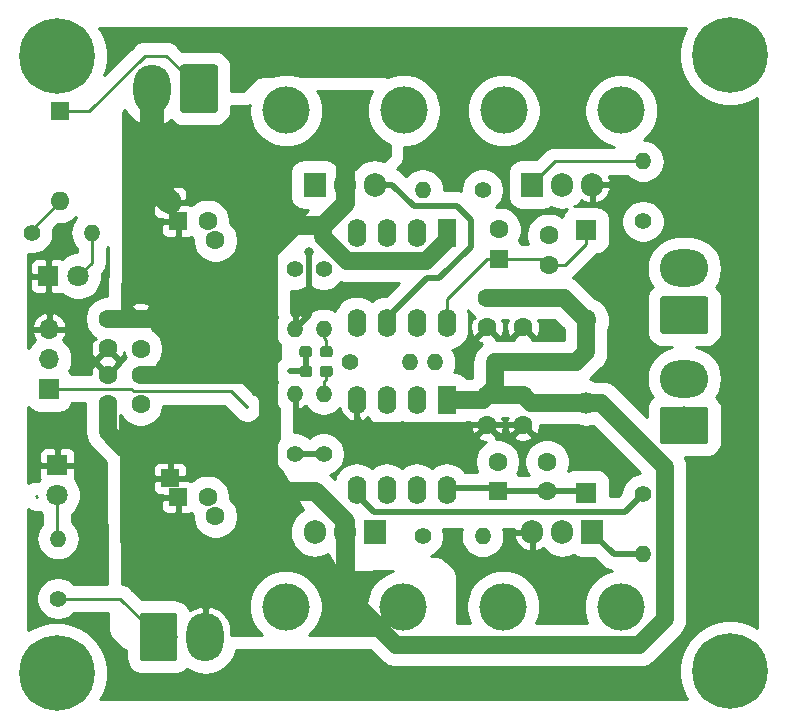
<source format=gbr>
G04 #@! TF.GenerationSoftware,KiCad,Pcbnew,(5.0.2)-1*
G04 #@! TF.CreationDate,2020-02-17T18:51:26+05:30*
G04 #@! TF.ProjectId,mosfet driver,6d6f7366-6574-4206-9472-697665722e6b,rev?*
G04 #@! TF.SameCoordinates,Original*
G04 #@! TF.FileFunction,Copper,L1,Top*
G04 #@! TF.FilePolarity,Positive*
%FSLAX46Y46*%
G04 Gerber Fmt 4.6, Leading zero omitted, Abs format (unit mm)*
G04 Created by KiCad (PCBNEW (5.0.2)-1) date 02/17/20 18:51:26*
%MOMM*%
%LPD*%
G01*
G04 APERTURE LIST*
G04 #@! TA.AperFunction,ComponentPad*
%ADD10O,1.600000X1.600000*%
G04 #@! TD*
G04 #@! TA.AperFunction,ComponentPad*
%ADD11R,1.600000X1.600000*%
G04 #@! TD*
G04 #@! TA.AperFunction,ComponentPad*
%ADD12C,1.800000*%
G04 #@! TD*
G04 #@! TA.AperFunction,ComponentPad*
%ADD13R,1.800000X1.800000*%
G04 #@! TD*
G04 #@! TA.AperFunction,ComponentPad*
%ADD14O,1.400000X1.400000*%
G04 #@! TD*
G04 #@! TA.AperFunction,ComponentPad*
%ADD15C,1.400000*%
G04 #@! TD*
G04 #@! TA.AperFunction,ComponentPad*
%ADD16O,4.100000X3.160000*%
G04 #@! TD*
G04 #@! TA.AperFunction,Conductor*
%ADD17C,0.100000*%
G04 #@! TD*
G04 #@! TA.AperFunction,ComponentPad*
%ADD18C,3.160000*%
G04 #@! TD*
G04 #@! TA.AperFunction,ComponentPad*
%ADD19O,3.160000X4.100000*%
G04 #@! TD*
G04 #@! TA.AperFunction,ComponentPad*
%ADD20O,1.800000X1.800000*%
G04 #@! TD*
G04 #@! TA.AperFunction,ComponentPad*
%ADD21C,1.600000*%
G04 #@! TD*
G04 #@! TA.AperFunction,ComponentPad*
%ADD22R,1.905000X2.000000*%
G04 #@! TD*
G04 #@! TA.AperFunction,ComponentPad*
%ADD23O,1.905000X2.000000*%
G04 #@! TD*
G04 #@! TA.AperFunction,ComponentPad*
%ADD24C,4.000000*%
G04 #@! TD*
G04 #@! TA.AperFunction,ComponentPad*
%ADD25C,0.800000*%
G04 #@! TD*
G04 #@! TA.AperFunction,ComponentPad*
%ADD26C,6.400000*%
G04 #@! TD*
G04 #@! TA.AperFunction,SMDPad,CuDef*
%ADD27C,0.950000*%
G04 #@! TD*
G04 #@! TA.AperFunction,ComponentPad*
%ADD28O,1.600000X2.400000*%
G04 #@! TD*
G04 #@! TA.AperFunction,ComponentPad*
%ADD29R,1.600000X2.400000*%
G04 #@! TD*
G04 #@! TA.AperFunction,ComponentPad*
%ADD30O,1.700000X1.700000*%
G04 #@! TD*
G04 #@! TA.AperFunction,ComponentPad*
%ADD31R,1.700000X1.700000*%
G04 #@! TD*
G04 #@! TA.AperFunction,ViaPad*
%ADD32C,0.800000*%
G04 #@! TD*
G04 #@! TA.AperFunction,ViaPad*
%ADD33C,0.400000*%
G04 #@! TD*
G04 #@! TA.AperFunction,ViaPad*
%ADD34C,0.350000*%
G04 #@! TD*
G04 #@! TA.AperFunction,Conductor*
%ADD35C,0.500000*%
G04 #@! TD*
G04 #@! TA.AperFunction,Conductor*
%ADD36C,1.600000*%
G04 #@! TD*
G04 #@! TA.AperFunction,Conductor*
%ADD37C,1.500000*%
G04 #@! TD*
G04 #@! TA.AperFunction,Conductor*
%ADD38C,2.000000*%
G04 #@! TD*
G04 #@! TA.AperFunction,Conductor*
%ADD39C,0.250000*%
G04 #@! TD*
G04 #@! TA.AperFunction,Conductor*
%ADD40C,0.254000*%
G04 #@! TD*
G04 APERTURE END LIST*
D10*
G04 #@! TO.P,SW1,2*
G04 #@! TO.N,Net-(R11-Pad1)*
X47561500Y-139001500D03*
D11*
G04 #@! TO.P,SW1,1*
G04 #@! TO.N,Net-(J4-Pad2)*
X47561500Y-131381500D03*
G04 #@! TD*
D12*
G04 #@! TO.P,D6,2*
G04 #@! TO.N,Net-(D6-Pad2)*
X47307500Y-163893500D03*
D13*
G04 #@! TO.P,D6,1*
G04 #@! TO.N,GND*
X47307500Y-161353500D03*
G04 #@! TD*
D12*
G04 #@! TO.P,D4,2*
G04 #@! TO.N,Net-(D4-Pad2)*
X49085500Y-145351500D03*
D13*
G04 #@! TO.P,D4,1*
G04 #@! TO.N,GND*
X46545500Y-145351500D03*
G04 #@! TD*
D14*
G04 #@! TO.P,R12,2*
G04 #@! TO.N,Net-(D6-Pad2)*
X47371000Y-167576500D03*
D15*
G04 #@! TO.P,R12,1*
G04 #@! TO.N,Net-(J1-Pad2)*
X47371000Y-172656500D03*
G04 #@! TD*
D14*
G04 #@! TO.P,R11,2*
G04 #@! TO.N,Net-(D4-Pad2)*
X50228500Y-141668500D03*
D15*
G04 #@! TO.P,R11,1*
G04 #@! TO.N,Net-(R11-Pad1)*
X45148500Y-141668500D03*
G04 #@! TD*
D16*
G04 #@! TO.P,J5,2*
G04 #@! TO.N,Net-(J2-Pad1)*
X100393500Y-154028000D03*
D17*
G04 #@! TD*
G04 #@! TO.N,/Power3*
G04 #@! TO.C,J5*
G36*
X102218004Y-156409204D02*
X102242273Y-156412804D01*
X102266071Y-156418765D01*
X102289171Y-156427030D01*
X102311349Y-156437520D01*
X102332393Y-156450133D01*
X102352098Y-156464747D01*
X102370277Y-156481223D01*
X102386753Y-156499402D01*
X102401367Y-156519107D01*
X102413980Y-156540151D01*
X102424470Y-156562329D01*
X102432735Y-156585429D01*
X102438696Y-156609227D01*
X102442296Y-156633496D01*
X102443500Y-156658000D01*
X102443500Y-159318000D01*
X102442296Y-159342504D01*
X102438696Y-159366773D01*
X102432735Y-159390571D01*
X102424470Y-159413671D01*
X102413980Y-159435849D01*
X102401367Y-159456893D01*
X102386753Y-159476598D01*
X102370277Y-159494777D01*
X102352098Y-159511253D01*
X102332393Y-159525867D01*
X102311349Y-159538480D01*
X102289171Y-159548970D01*
X102266071Y-159557235D01*
X102242273Y-159563196D01*
X102218004Y-159566796D01*
X102193500Y-159568000D01*
X98593500Y-159568000D01*
X98568996Y-159566796D01*
X98544727Y-159563196D01*
X98520929Y-159557235D01*
X98497829Y-159548970D01*
X98475651Y-159538480D01*
X98454607Y-159525867D01*
X98434902Y-159511253D01*
X98416723Y-159494777D01*
X98400247Y-159476598D01*
X98385633Y-159456893D01*
X98373020Y-159435849D01*
X98362530Y-159413671D01*
X98354265Y-159390571D01*
X98348304Y-159366773D01*
X98344704Y-159342504D01*
X98343500Y-159318000D01*
X98343500Y-156658000D01*
X98344704Y-156633496D01*
X98348304Y-156609227D01*
X98354265Y-156585429D01*
X98362530Y-156562329D01*
X98373020Y-156540151D01*
X98385633Y-156519107D01*
X98400247Y-156499402D01*
X98416723Y-156481223D01*
X98434902Y-156464747D01*
X98454607Y-156450133D01*
X98475651Y-156437520D01*
X98497829Y-156427030D01*
X98520929Y-156418765D01*
X98544727Y-156412804D01*
X98568996Y-156409204D01*
X98593500Y-156408000D01*
X102193500Y-156408000D01*
X102218004Y-156409204D01*
X102218004Y-156409204D01*
G37*
D18*
G04 #@! TO.P,J5,1*
G04 #@! TO.N,/Power3*
X100393500Y-157988000D03*
G04 #@! TD*
D16*
G04 #@! TO.P,J2,2*
G04 #@! TO.N,/Power4*
X100393500Y-144693500D03*
D17*
G04 #@! TD*
G04 #@! TO.N,Net-(J2-Pad1)*
G04 #@! TO.C,J2*
G36*
X102218004Y-147074704D02*
X102242273Y-147078304D01*
X102266071Y-147084265D01*
X102289171Y-147092530D01*
X102311349Y-147103020D01*
X102332393Y-147115633D01*
X102352098Y-147130247D01*
X102370277Y-147146723D01*
X102386753Y-147164902D01*
X102401367Y-147184607D01*
X102413980Y-147205651D01*
X102424470Y-147227829D01*
X102432735Y-147250929D01*
X102438696Y-147274727D01*
X102442296Y-147298996D01*
X102443500Y-147323500D01*
X102443500Y-149983500D01*
X102442296Y-150008004D01*
X102438696Y-150032273D01*
X102432735Y-150056071D01*
X102424470Y-150079171D01*
X102413980Y-150101349D01*
X102401367Y-150122393D01*
X102386753Y-150142098D01*
X102370277Y-150160277D01*
X102352098Y-150176753D01*
X102332393Y-150191367D01*
X102311349Y-150203980D01*
X102289171Y-150214470D01*
X102266071Y-150222735D01*
X102242273Y-150228696D01*
X102218004Y-150232296D01*
X102193500Y-150233500D01*
X98593500Y-150233500D01*
X98568996Y-150232296D01*
X98544727Y-150228696D01*
X98520929Y-150222735D01*
X98497829Y-150214470D01*
X98475651Y-150203980D01*
X98454607Y-150191367D01*
X98434902Y-150176753D01*
X98416723Y-150160277D01*
X98400247Y-150142098D01*
X98385633Y-150122393D01*
X98373020Y-150101349D01*
X98362530Y-150079171D01*
X98354265Y-150056071D01*
X98348304Y-150032273D01*
X98344704Y-150008004D01*
X98343500Y-149983500D01*
X98343500Y-147323500D01*
X98344704Y-147298996D01*
X98348304Y-147274727D01*
X98354265Y-147250929D01*
X98362530Y-147227829D01*
X98373020Y-147205651D01*
X98385633Y-147184607D01*
X98400247Y-147164902D01*
X98416723Y-147146723D01*
X98434902Y-147130247D01*
X98454607Y-147115633D01*
X98475651Y-147103020D01*
X98497829Y-147092530D01*
X98520929Y-147084265D01*
X98544727Y-147078304D01*
X98568996Y-147074704D01*
X98593500Y-147073500D01*
X102193500Y-147073500D01*
X102218004Y-147074704D01*
X102218004Y-147074704D01*
G37*
D18*
G04 #@! TO.P,J2,1*
G04 #@! TO.N,Net-(J2-Pad1)*
X100393500Y-148653500D03*
G04 #@! TD*
D19*
G04 #@! TO.P,J1,2*
G04 #@! TO.N,VCC*
X59840000Y-175895000D03*
D17*
G04 #@! TD*
G04 #@! TO.N,Net-(J1-Pad2)*
G04 #@! TO.C,J1*
G36*
X57234829Y-173846202D02*
X57259062Y-173849797D01*
X57282827Y-173855749D01*
X57305893Y-173864003D01*
X57328039Y-173874477D01*
X57349053Y-173887072D01*
X57368730Y-173901666D01*
X57386882Y-173918118D01*
X57403334Y-173936270D01*
X57417928Y-173955947D01*
X57430523Y-173976961D01*
X57440997Y-173999107D01*
X57449251Y-174022173D01*
X57455203Y-174045938D01*
X57458798Y-174070171D01*
X57460000Y-174094640D01*
X57460000Y-177695360D01*
X57458798Y-177719829D01*
X57455203Y-177744062D01*
X57449251Y-177767827D01*
X57440997Y-177790893D01*
X57430523Y-177813039D01*
X57417928Y-177834053D01*
X57403334Y-177853730D01*
X57386882Y-177871882D01*
X57368730Y-177888334D01*
X57349053Y-177902928D01*
X57328039Y-177915523D01*
X57305893Y-177925997D01*
X57282827Y-177934251D01*
X57259062Y-177940203D01*
X57234829Y-177943798D01*
X57210360Y-177945000D01*
X54549640Y-177945000D01*
X54525171Y-177943798D01*
X54500938Y-177940203D01*
X54477173Y-177934251D01*
X54454107Y-177925997D01*
X54431961Y-177915523D01*
X54410947Y-177902928D01*
X54391270Y-177888334D01*
X54373118Y-177871882D01*
X54356666Y-177853730D01*
X54342072Y-177834053D01*
X54329477Y-177813039D01*
X54319003Y-177790893D01*
X54310749Y-177767827D01*
X54304797Y-177744062D01*
X54301202Y-177719829D01*
X54300000Y-177695360D01*
X54300000Y-174094640D01*
X54301202Y-174070171D01*
X54304797Y-174045938D01*
X54310749Y-174022173D01*
X54319003Y-173999107D01*
X54329477Y-173976961D01*
X54342072Y-173955947D01*
X54356666Y-173936270D01*
X54373118Y-173918118D01*
X54391270Y-173901666D01*
X54410947Y-173887072D01*
X54431961Y-173874477D01*
X54454107Y-173864003D01*
X54477173Y-173855749D01*
X54500938Y-173849797D01*
X54525171Y-173846202D01*
X54549640Y-173845000D01*
X57210360Y-173845000D01*
X57234829Y-173846202D01*
X57234829Y-173846202D01*
G37*
D18*
G04 #@! TO.P,J1,1*
G04 #@! TO.N,Net-(J1-Pad2)*
X55880000Y-175895000D03*
G04 #@! TD*
D19*
G04 #@! TO.P,J4,2*
G04 #@! TO.N,N/C*
X55349000Y-129476500D03*
D17*
G04 #@! TD*
G04 #@! TO.N,Net-(J4-Pad2)*
G04 #@! TO.C,J4*
G36*
X60663829Y-127427702D02*
X60688062Y-127431297D01*
X60711827Y-127437249D01*
X60734893Y-127445503D01*
X60757039Y-127455977D01*
X60778053Y-127468572D01*
X60797730Y-127483166D01*
X60815882Y-127499618D01*
X60832334Y-127517770D01*
X60846928Y-127537447D01*
X60859523Y-127558461D01*
X60869997Y-127580607D01*
X60878251Y-127603673D01*
X60884203Y-127627438D01*
X60887798Y-127651671D01*
X60889000Y-127676140D01*
X60889000Y-131276860D01*
X60887798Y-131301329D01*
X60884203Y-131325562D01*
X60878251Y-131349327D01*
X60869997Y-131372393D01*
X60859523Y-131394539D01*
X60846928Y-131415553D01*
X60832334Y-131435230D01*
X60815882Y-131453382D01*
X60797730Y-131469834D01*
X60778053Y-131484428D01*
X60757039Y-131497023D01*
X60734893Y-131507497D01*
X60711827Y-131515751D01*
X60688062Y-131521703D01*
X60663829Y-131525298D01*
X60639360Y-131526500D01*
X57978640Y-131526500D01*
X57954171Y-131525298D01*
X57929938Y-131521703D01*
X57906173Y-131515751D01*
X57883107Y-131507497D01*
X57860961Y-131497023D01*
X57839947Y-131484428D01*
X57820270Y-131469834D01*
X57802118Y-131453382D01*
X57785666Y-131435230D01*
X57771072Y-131415553D01*
X57758477Y-131394539D01*
X57748003Y-131372393D01*
X57739749Y-131349327D01*
X57733797Y-131325562D01*
X57730202Y-131301329D01*
X57729000Y-131276860D01*
X57729000Y-127676140D01*
X57730202Y-127651671D01*
X57733797Y-127627438D01*
X57739749Y-127603673D01*
X57748003Y-127580607D01*
X57758477Y-127558461D01*
X57771072Y-127537447D01*
X57785666Y-127517770D01*
X57802118Y-127499618D01*
X57820270Y-127483166D01*
X57839947Y-127468572D01*
X57860961Y-127455977D01*
X57883107Y-127445503D01*
X57906173Y-127437249D01*
X57929938Y-127431297D01*
X57954171Y-127427702D01*
X57978640Y-127426500D01*
X60639360Y-127426500D01*
X60663829Y-127427702D01*
X60663829Y-127427702D01*
G37*
D18*
G04 #@! TO.P,J4,1*
G04 #@! TO.N,Net-(J4-Pad2)*
X59309000Y-129476500D03*
G04 #@! TD*
D15*
G04 #@! TO.P,R7,1*
G04 #@! TO.N,VCC*
X83312000Y-138049000D03*
D14*
G04 #@! TO.P,R7,2*
G04 #@! TO.N,Net-(R7-Pad2)*
X78232000Y-138049000D03*
G04 #@! TD*
G04 #@! TO.P,R5,2*
G04 #@! TO.N,/Signal2*
X69850000Y-149864775D03*
D15*
G04 #@! TO.P,R5,1*
G04 #@! TO.N,Net-(R4-Pad1)*
X69850000Y-144784775D03*
G04 #@! TD*
D14*
G04 #@! TO.P,R2,2*
G04 #@! TO.N,Net-(R2-Pad2)*
X79248000Y-152654000D03*
D15*
G04 #@! TO.P,R2,1*
G04 #@! TO.N,VCC*
X84328000Y-152654000D03*
G04 #@! TD*
D14*
G04 #@! TO.P,R1,2*
G04 #@! TO.N,/Signal*
X69850000Y-155329000D03*
D15*
G04 #@! TO.P,R1,1*
G04 #@! TO.N,Net-(R1-Pad1)*
X69850000Y-160409000D03*
G04 #@! TD*
D13*
G04 #@! TO.P,D5,1*
G04 #@! TO.N,Net-(C13-Pad1)*
X92075000Y-141478000D03*
D20*
G04 #@! TO.P,D5,2*
G04 #@! TO.N,VCC*
X92075000Y-149098000D03*
G04 #@! TD*
D13*
G04 #@! TO.P,D2,1*
G04 #@! TO.N,Net-(C1-Pad1)*
X92075000Y-163703000D03*
D20*
G04 #@! TO.P,D2,2*
G04 #@! TO.N,VCC*
X92075000Y-156083000D03*
G04 #@! TD*
D21*
G04 #@! TO.P,C15,2*
G04 #@! TO.N,GND*
X60701937Y-142316000D03*
D11*
G04 #@! TO.P,C15,1*
G04 #@! TO.N,VCC*
X56860063Y-139116000D03*
D21*
G04 #@! TO.P,C15,2*
G04 #@! TO.N,GND*
X60031000Y-140716000D03*
D11*
G04 #@! TO.P,C15,1*
G04 #@! TO.N,VCC*
X57531000Y-140716000D03*
G04 #@! TD*
D21*
G04 #@! TO.P,C14,2*
G04 #@! TO.N,GND*
X60701937Y-165684000D03*
D11*
G04 #@! TO.P,C14,1*
G04 #@! TO.N,VCC*
X56860063Y-162484000D03*
D21*
G04 #@! TO.P,C14,2*
G04 #@! TO.N,GND*
X60031000Y-164084000D03*
D11*
G04 #@! TO.P,C14,1*
G04 #@! TO.N,VCC*
X57531000Y-164084000D03*
G04 #@! TD*
D14*
G04 #@! TO.P,R4,2*
G04 #@! TO.N,GND*
X67437000Y-149860000D03*
D15*
G04 #@! TO.P,R4,1*
G04 #@! TO.N,Net-(R4-Pad1)*
X67437000Y-144780000D03*
G04 #@! TD*
D14*
G04 #@! TO.P,R3,2*
G04 #@! TO.N,GND*
X67437000Y-155329000D03*
D15*
G04 #@! TO.P,R3,1*
G04 #@! TO.N,Net-(R1-Pad1)*
X67437000Y-160409000D03*
G04 #@! TD*
D22*
G04 #@! TO.P,Q4,1*
G04 #@! TO.N,Net-(Q4-Pad1)*
X87520000Y-137600000D03*
D23*
G04 #@! TO.P,Q4,2*
G04 #@! TO.N,/Power4*
X90060000Y-137600000D03*
G04 #@! TO.P,Q4,3*
G04 #@! TO.N,GND*
X92600000Y-137600000D03*
D24*
G04 #@! TO.P,Q4,2*
G04 #@! TO.N,N/C*
X85107000Y-131326200D03*
X95063800Y-131326200D03*
G04 #@! TD*
D22*
G04 #@! TO.P,Q3,1*
G04 #@! TO.N,Net-(Q3-Pad1)*
X69100000Y-137600000D03*
D23*
G04 #@! TO.P,Q3,2*
G04 #@! TO.N,VCC*
X71640000Y-137600000D03*
G04 #@! TO.P,Q3,3*
G04 #@! TO.N,/Power4*
X74180000Y-137600000D03*
D24*
G04 #@! TO.P,Q3,2*
G04 #@! TO.N,N/C*
X66687000Y-131326200D03*
X76643800Y-131326200D03*
G04 #@! TD*
D22*
G04 #@! TO.P,Q2,1*
G04 #@! TO.N,Net-(Q2-Pad1)*
X92600000Y-167055000D03*
D23*
G04 #@! TO.P,Q2,2*
G04 #@! TO.N,/Power3*
X90060000Y-167055000D03*
G04 #@! TO.P,Q2,3*
G04 #@! TO.N,GND*
X87520000Y-167055000D03*
D24*
G04 #@! TO.P,Q2,2*
G04 #@! TO.N,N/C*
X95013000Y-173328800D03*
X85056200Y-173328800D03*
G04 #@! TD*
D22*
G04 #@! TO.P,Q1,1*
G04 #@! TO.N,Net-(Q1-Pad1)*
X74180000Y-167055000D03*
D23*
G04 #@! TO.P,Q1,2*
G04 #@! TO.N,VCC*
X71640000Y-167055000D03*
G04 #@! TO.P,Q1,3*
G04 #@! TO.N,/Power3*
X69100000Y-167055000D03*
D24*
G04 #@! TO.P,Q1,2*
G04 #@! TO.N,N/C*
X76593000Y-173328800D03*
X66636200Y-173328800D03*
G04 #@! TD*
D14*
G04 #@! TO.P,R10,2*
G04 #@! TO.N,Net-(R10-Pad2)*
X77144000Y-152654000D03*
D15*
G04 #@! TO.P,R10,1*
G04 #@! TO.N,Net-(Q3-Pad1)*
X72064000Y-152654000D03*
G04 #@! TD*
D14*
G04 #@! TO.P,R9,2*
G04 #@! TO.N,Net-(Q4-Pad1)*
X96901000Y-135636000D03*
D15*
G04 #@! TO.P,R9,1*
G04 #@! TO.N,Net-(R9-Pad1)*
X96901000Y-140716000D03*
G04 #@! TD*
D14*
G04 #@! TO.P,R8,2*
G04 #@! TO.N,Net-(R8-Pad2)*
X83312000Y-167386000D03*
D15*
G04 #@! TO.P,R8,1*
G04 #@! TO.N,Net-(Q1-Pad1)*
X78232000Y-167386000D03*
G04 #@! TD*
D14*
G04 #@! TO.P,R6,2*
G04 #@! TO.N,Net-(Q2-Pad1)*
X96901000Y-168910000D03*
D15*
G04 #@! TO.P,R6,1*
G04 #@! TO.N,Net-(R6-Pad1)*
X96901000Y-163830000D03*
G04 #@! TD*
D25*
G04 #@! TO.P,H4,1*
G04 #@! TO.N,N/C*
X48941056Y-125048944D03*
X47244000Y-124346000D03*
X45546944Y-125048944D03*
X44844000Y-126746000D03*
X45546944Y-128443056D03*
X47244000Y-129146000D03*
X48941056Y-128443056D03*
X49644000Y-126746000D03*
D26*
X47244000Y-126746000D03*
G04 #@! TD*
D25*
G04 #@! TO.P,H3,1*
G04 #@! TO.N,N/C*
X105964056Y-177118944D03*
X104267000Y-176416000D03*
X102569944Y-177118944D03*
X101867000Y-178816000D03*
X102569944Y-180513056D03*
X104267000Y-181216000D03*
X105964056Y-180513056D03*
X106667000Y-178816000D03*
D26*
X104267000Y-178816000D03*
G04 #@! TD*
D25*
G04 #@! TO.P,H2,1*
G04 #@! TO.N,N/C*
X105964056Y-124908944D03*
X104267000Y-124206000D03*
X102569944Y-124908944D03*
X101867000Y-126606000D03*
X102569944Y-128303056D03*
X104267000Y-129006000D03*
X105964056Y-128303056D03*
X106667000Y-126606000D03*
D26*
X104267000Y-126606000D03*
G04 #@! TD*
D25*
G04 #@! TO.P,H1,1*
G04 #@! TO.N,N/C*
X48941056Y-177245944D03*
X47244000Y-176543000D03*
X45546944Y-177245944D03*
X44844000Y-178943000D03*
X45546944Y-180640056D03*
X47244000Y-181343000D03*
X48941056Y-180640056D03*
X49644000Y-178943000D03*
D26*
X47244000Y-178943000D03*
G04 #@! TD*
D17*
G04 #@! TO.N,/Signal2*
G04 #@! TO.C,D3*
G36*
X70400779Y-151291144D02*
X70423834Y-151294563D01*
X70446443Y-151300227D01*
X70468387Y-151308079D01*
X70489457Y-151318044D01*
X70509448Y-151330026D01*
X70528168Y-151343910D01*
X70545438Y-151359562D01*
X70561090Y-151376832D01*
X70574974Y-151395552D01*
X70586956Y-151415543D01*
X70596921Y-151436613D01*
X70604773Y-151458557D01*
X70610437Y-151481166D01*
X70613856Y-151504221D01*
X70615000Y-151527500D01*
X70615000Y-152002500D01*
X70613856Y-152025779D01*
X70610437Y-152048834D01*
X70604773Y-152071443D01*
X70596921Y-152093387D01*
X70586956Y-152114457D01*
X70574974Y-152134448D01*
X70561090Y-152153168D01*
X70545438Y-152170438D01*
X70528168Y-152186090D01*
X70509448Y-152199974D01*
X70489457Y-152211956D01*
X70468387Y-152221921D01*
X70446443Y-152229773D01*
X70423834Y-152235437D01*
X70400779Y-152238856D01*
X70377500Y-152240000D01*
X69802500Y-152240000D01*
X69779221Y-152238856D01*
X69756166Y-152235437D01*
X69733557Y-152229773D01*
X69711613Y-152221921D01*
X69690543Y-152211956D01*
X69670552Y-152199974D01*
X69651832Y-152186090D01*
X69634562Y-152170438D01*
X69618910Y-152153168D01*
X69605026Y-152134448D01*
X69593044Y-152114457D01*
X69583079Y-152093387D01*
X69575227Y-152071443D01*
X69569563Y-152048834D01*
X69566144Y-152025779D01*
X69565000Y-152002500D01*
X69565000Y-151527500D01*
X69566144Y-151504221D01*
X69569563Y-151481166D01*
X69575227Y-151458557D01*
X69583079Y-151436613D01*
X69593044Y-151415543D01*
X69605026Y-151395552D01*
X69618910Y-151376832D01*
X69634562Y-151359562D01*
X69651832Y-151343910D01*
X69670552Y-151330026D01*
X69690543Y-151318044D01*
X69711613Y-151308079D01*
X69733557Y-151300227D01*
X69756166Y-151294563D01*
X69779221Y-151291144D01*
X69802500Y-151290000D01*
X70377500Y-151290000D01*
X70400779Y-151291144D01*
X70400779Y-151291144D01*
G37*
D27*
G04 #@! TD*
G04 #@! TO.P,D3,1*
G04 #@! TO.N,/Signal2*
X70090000Y-151765000D03*
D17*
G04 #@! TO.N,GND*
G04 #@! TO.C,D3*
G36*
X68650779Y-151291144D02*
X68673834Y-151294563D01*
X68696443Y-151300227D01*
X68718387Y-151308079D01*
X68739457Y-151318044D01*
X68759448Y-151330026D01*
X68778168Y-151343910D01*
X68795438Y-151359562D01*
X68811090Y-151376832D01*
X68824974Y-151395552D01*
X68836956Y-151415543D01*
X68846921Y-151436613D01*
X68854773Y-151458557D01*
X68860437Y-151481166D01*
X68863856Y-151504221D01*
X68865000Y-151527500D01*
X68865000Y-152002500D01*
X68863856Y-152025779D01*
X68860437Y-152048834D01*
X68854773Y-152071443D01*
X68846921Y-152093387D01*
X68836956Y-152114457D01*
X68824974Y-152134448D01*
X68811090Y-152153168D01*
X68795438Y-152170438D01*
X68778168Y-152186090D01*
X68759448Y-152199974D01*
X68739457Y-152211956D01*
X68718387Y-152221921D01*
X68696443Y-152229773D01*
X68673834Y-152235437D01*
X68650779Y-152238856D01*
X68627500Y-152240000D01*
X68052500Y-152240000D01*
X68029221Y-152238856D01*
X68006166Y-152235437D01*
X67983557Y-152229773D01*
X67961613Y-152221921D01*
X67940543Y-152211956D01*
X67920552Y-152199974D01*
X67901832Y-152186090D01*
X67884562Y-152170438D01*
X67868910Y-152153168D01*
X67855026Y-152134448D01*
X67843044Y-152114457D01*
X67833079Y-152093387D01*
X67825227Y-152071443D01*
X67819563Y-152048834D01*
X67816144Y-152025779D01*
X67815000Y-152002500D01*
X67815000Y-151527500D01*
X67816144Y-151504221D01*
X67819563Y-151481166D01*
X67825227Y-151458557D01*
X67833079Y-151436613D01*
X67843044Y-151415543D01*
X67855026Y-151395552D01*
X67868910Y-151376832D01*
X67884562Y-151359562D01*
X67901832Y-151343910D01*
X67920552Y-151330026D01*
X67940543Y-151318044D01*
X67961613Y-151308079D01*
X67983557Y-151300227D01*
X68006166Y-151294563D01*
X68029221Y-151291144D01*
X68052500Y-151290000D01*
X68627500Y-151290000D01*
X68650779Y-151291144D01*
X68650779Y-151291144D01*
G37*
D27*
G04 #@! TD*
G04 #@! TO.P,D3,2*
G04 #@! TO.N,GND*
X68340000Y-151765000D03*
D17*
G04 #@! TO.N,/Signal*
G04 #@! TO.C,D1*
G36*
X70400779Y-152942144D02*
X70423834Y-152945563D01*
X70446443Y-152951227D01*
X70468387Y-152959079D01*
X70489457Y-152969044D01*
X70509448Y-152981026D01*
X70528168Y-152994910D01*
X70545438Y-153010562D01*
X70561090Y-153027832D01*
X70574974Y-153046552D01*
X70586956Y-153066543D01*
X70596921Y-153087613D01*
X70604773Y-153109557D01*
X70610437Y-153132166D01*
X70613856Y-153155221D01*
X70615000Y-153178500D01*
X70615000Y-153653500D01*
X70613856Y-153676779D01*
X70610437Y-153699834D01*
X70604773Y-153722443D01*
X70596921Y-153744387D01*
X70586956Y-153765457D01*
X70574974Y-153785448D01*
X70561090Y-153804168D01*
X70545438Y-153821438D01*
X70528168Y-153837090D01*
X70509448Y-153850974D01*
X70489457Y-153862956D01*
X70468387Y-153872921D01*
X70446443Y-153880773D01*
X70423834Y-153886437D01*
X70400779Y-153889856D01*
X70377500Y-153891000D01*
X69802500Y-153891000D01*
X69779221Y-153889856D01*
X69756166Y-153886437D01*
X69733557Y-153880773D01*
X69711613Y-153872921D01*
X69690543Y-153862956D01*
X69670552Y-153850974D01*
X69651832Y-153837090D01*
X69634562Y-153821438D01*
X69618910Y-153804168D01*
X69605026Y-153785448D01*
X69593044Y-153765457D01*
X69583079Y-153744387D01*
X69575227Y-153722443D01*
X69569563Y-153699834D01*
X69566144Y-153676779D01*
X69565000Y-153653500D01*
X69565000Y-153178500D01*
X69566144Y-153155221D01*
X69569563Y-153132166D01*
X69575227Y-153109557D01*
X69583079Y-153087613D01*
X69593044Y-153066543D01*
X69605026Y-153046552D01*
X69618910Y-153027832D01*
X69634562Y-153010562D01*
X69651832Y-152994910D01*
X69670552Y-152981026D01*
X69690543Y-152969044D01*
X69711613Y-152959079D01*
X69733557Y-152951227D01*
X69756166Y-152945563D01*
X69779221Y-152942144D01*
X69802500Y-152941000D01*
X70377500Y-152941000D01*
X70400779Y-152942144D01*
X70400779Y-152942144D01*
G37*
D27*
G04 #@! TD*
G04 #@! TO.P,D1,1*
G04 #@! TO.N,/Signal*
X70090000Y-153416000D03*
D17*
G04 #@! TO.N,GND*
G04 #@! TO.C,D1*
G36*
X68650779Y-152942144D02*
X68673834Y-152945563D01*
X68696443Y-152951227D01*
X68718387Y-152959079D01*
X68739457Y-152969044D01*
X68759448Y-152981026D01*
X68778168Y-152994910D01*
X68795438Y-153010562D01*
X68811090Y-153027832D01*
X68824974Y-153046552D01*
X68836956Y-153066543D01*
X68846921Y-153087613D01*
X68854773Y-153109557D01*
X68860437Y-153132166D01*
X68863856Y-153155221D01*
X68865000Y-153178500D01*
X68865000Y-153653500D01*
X68863856Y-153676779D01*
X68860437Y-153699834D01*
X68854773Y-153722443D01*
X68846921Y-153744387D01*
X68836956Y-153765457D01*
X68824974Y-153785448D01*
X68811090Y-153804168D01*
X68795438Y-153821438D01*
X68778168Y-153837090D01*
X68759448Y-153850974D01*
X68739457Y-153862956D01*
X68718387Y-153872921D01*
X68696443Y-153880773D01*
X68673834Y-153886437D01*
X68650779Y-153889856D01*
X68627500Y-153891000D01*
X68052500Y-153891000D01*
X68029221Y-153889856D01*
X68006166Y-153886437D01*
X67983557Y-153880773D01*
X67961613Y-153872921D01*
X67940543Y-153862956D01*
X67920552Y-153850974D01*
X67901832Y-153837090D01*
X67884562Y-153821438D01*
X67868910Y-153804168D01*
X67855026Y-153785448D01*
X67843044Y-153765457D01*
X67833079Y-153744387D01*
X67825227Y-153722443D01*
X67819563Y-153699834D01*
X67816144Y-153676779D01*
X67815000Y-153653500D01*
X67815000Y-153178500D01*
X67816144Y-153155221D01*
X67819563Y-153132166D01*
X67825227Y-153109557D01*
X67833079Y-153087613D01*
X67843044Y-153066543D01*
X67855026Y-153046552D01*
X67868910Y-153027832D01*
X67884562Y-153010562D01*
X67901832Y-152994910D01*
X67920552Y-152981026D01*
X67940543Y-152969044D01*
X67961613Y-152959079D01*
X67983557Y-152951227D01*
X68006166Y-152945563D01*
X68029221Y-152942144D01*
X68052500Y-152941000D01*
X68627500Y-152941000D01*
X68650779Y-152942144D01*
X68650779Y-152942144D01*
G37*
D27*
G04 #@! TD*
G04 #@! TO.P,D1,2*
G04 #@! TO.N,GND*
X68340000Y-153416000D03*
D21*
G04 #@! TO.P,C13,2*
G04 #@! TO.N,/Power4*
X88900000Y-141899000D03*
G04 #@! TO.P,C13,1*
G04 #@! TO.N,Net-(C13-Pad1)*
X88900000Y-144399000D03*
G04 #@! TD*
G04 #@! TO.P,C12,2*
G04 #@! TO.N,/Power3*
X88773000Y-161076000D03*
G04 #@! TO.P,C12,1*
G04 #@! TO.N,Net-(C1-Pad1)*
X88773000Y-163576000D03*
G04 #@! TD*
G04 #@! TO.P,C10,2*
G04 #@! TO.N,GND*
X86741000Y-157948000D03*
G04 #@! TO.P,C10,1*
G04 #@! TO.N,VCC*
X86741000Y-155448000D03*
G04 #@! TD*
G04 #@! TO.P,C9,2*
G04 #@! TO.N,GND*
X51562000Y-153710000D03*
G04 #@! TO.P,C9,1*
G04 #@! TO.N,VCC*
X51562000Y-156210000D03*
G04 #@! TD*
G04 #@! TO.P,C8,2*
G04 #@! TO.N,GND*
X54356000Y-151485000D03*
G04 #@! TO.P,C8,1*
G04 #@! TO.N,VCC*
X54356000Y-148985000D03*
G04 #@! TD*
G04 #@! TO.P,C7,2*
G04 #@! TO.N,GND*
X83693000Y-149693000D03*
G04 #@! TO.P,C7,1*
G04 #@! TO.N,VCC*
X83693000Y-147193000D03*
G04 #@! TD*
G04 #@! TO.P,C6,2*
G04 #@! TO.N,GND*
X54356000Y-156196000D03*
G04 #@! TO.P,C6,1*
G04 #@! TO.N,VCC*
X54356000Y-153696000D03*
G04 #@! TD*
G04 #@! TO.P,C5,2*
G04 #@! TO.N,GND*
X51562000Y-151471000D03*
G04 #@! TO.P,C5,1*
G04 #@! TO.N,VCC*
X51562000Y-148971000D03*
G04 #@! TD*
G04 #@! TO.P,C4,2*
G04 #@! TO.N,GND*
X86741000Y-149693000D03*
G04 #@! TO.P,C4,1*
G04 #@! TO.N,VCC*
X86741000Y-147193000D03*
G04 #@! TD*
G04 #@! TO.P,C3,2*
G04 #@! TO.N,GND*
X83693000Y-157948000D03*
G04 #@! TO.P,C3,1*
G04 #@! TO.N,VCC*
X83693000Y-155448000D03*
G04 #@! TD*
D11*
G04 #@! TO.P,C2,1*
G04 #@! TO.N,Net-(C13-Pad1)*
X84709000Y-143891000D03*
D21*
G04 #@! TO.P,C2,2*
G04 #@! TO.N,/Power4*
X84709000Y-141391000D03*
G04 #@! TD*
D11*
G04 #@! TO.P,C1,1*
G04 #@! TO.N,Net-(C1-Pad1)*
X84582000Y-163576000D03*
D21*
G04 #@! TO.P,C1,2*
G04 #@! TO.N,/Power3*
X84582000Y-161076000D03*
G04 #@! TD*
D28*
G04 #@! TO.P,U2,8*
G04 #@! TO.N,Net-(C13-Pad1)*
X80264000Y-149334775D03*
G04 #@! TO.P,U2,4*
G04 #@! TO.N,GND*
X72644000Y-141714775D03*
G04 #@! TO.P,U2,7*
G04 #@! TO.N,Net-(R10-Pad2)*
X77724000Y-149334775D03*
G04 #@! TO.P,U2,3*
G04 #@! TO.N,Net-(R7-Pad2)*
X75184000Y-141714775D03*
G04 #@! TO.P,U2,6*
G04 #@! TO.N,/Power4*
X75184000Y-149334775D03*
G04 #@! TO.P,U2,2*
G04 #@! TO.N,Net-(R4-Pad1)*
X77724000Y-141714775D03*
G04 #@! TO.P,U2,5*
G04 #@! TO.N,Net-(R9-Pad1)*
X72644000Y-149334775D03*
D29*
G04 #@! TO.P,U2,1*
G04 #@! TO.N,VCC*
X80264000Y-141714775D03*
G04 #@! TD*
D28*
G04 #@! TO.P,U1,8*
G04 #@! TO.N,Net-(C1-Pad1)*
X80264000Y-163449000D03*
G04 #@! TO.P,U1,4*
G04 #@! TO.N,GND*
X72644000Y-155829000D03*
G04 #@! TO.P,U1,7*
G04 #@! TO.N,Net-(R8-Pad2)*
X77724000Y-163449000D03*
G04 #@! TO.P,U1,3*
G04 #@! TO.N,Net-(R2-Pad2)*
X75184000Y-155829000D03*
G04 #@! TO.P,U1,6*
G04 #@! TO.N,/Power3*
X75184000Y-163449000D03*
G04 #@! TO.P,U1,2*
G04 #@! TO.N,Net-(R1-Pad1)*
X77724000Y-155829000D03*
G04 #@! TO.P,U1,5*
G04 #@! TO.N,Net-(R6-Pad1)*
X72644000Y-163449000D03*
D29*
G04 #@! TO.P,U1,1*
G04 #@! TO.N,VCC*
X80264000Y-155829000D03*
G04 #@! TD*
D30*
G04 #@! TO.P,J3,3*
G04 #@! TO.N,GND*
X46609000Y-149840000D03*
G04 #@! TO.P,J3,2*
G04 #@! TO.N,/Signal2*
X46609000Y-152380000D03*
D31*
G04 #@! TO.P,J3,1*
G04 #@! TO.N,/Signal*
X46609000Y-154920000D03*
G04 #@! TD*
D32*
G04 #@! TO.N,GND*
X68643500Y-143319500D03*
D33*
X66992500Y-153416000D03*
D34*
G04 #@! TO.N,/Signal*
X63373000Y-156464000D03*
G04 #@! TD*
D35*
G04 #@! TO.N,Net-(C1-Pad1)*
X84328000Y-163322000D02*
X84582000Y-163576000D01*
X80264000Y-163322000D02*
X84328000Y-163322000D01*
X91694000Y-163576000D02*
X88646000Y-163576000D01*
X84582000Y-163576000D02*
X88646000Y-163576000D01*
G04 #@! TO.N,GND*
X85228630Y-157948000D02*
X86360000Y-157948000D01*
X72644000Y-157402000D02*
X73190000Y-157948000D01*
X72644000Y-155702000D02*
X72644000Y-157402000D01*
X73190000Y-157948000D02*
X85228630Y-157948000D01*
X66992500Y-153416000D02*
X68340000Y-153416000D01*
X68643500Y-148653500D02*
X67437000Y-149860000D01*
X68643500Y-143319500D02*
X68643500Y-148653500D01*
G04 #@! TO.N,VCC*
X80518000Y-155448000D02*
X80264000Y-155702000D01*
D36*
X71640000Y-137600000D02*
X71640000Y-135000000D01*
X65151000Y-143256000D02*
X67384203Y-141022797D01*
X66675000Y-163576000D02*
X65151000Y-162052000D01*
X71640000Y-166128000D02*
X69088000Y-163576000D01*
X69088000Y-163576000D02*
X66675000Y-163576000D01*
X71640000Y-167055000D02*
X71640000Y-166128000D01*
X67384203Y-141022797D02*
X69789705Y-141022797D01*
X69789705Y-141022797D02*
X71640000Y-139172502D01*
X71640000Y-139172502D02*
X71640000Y-137600000D01*
D37*
X69789705Y-142018210D02*
X69789705Y-141022797D01*
X71836280Y-144064785D02*
X69789705Y-142018210D01*
X78531720Y-144064785D02*
X71836280Y-144064785D01*
X80264000Y-142332505D02*
X78531720Y-144064785D01*
X80264000Y-141714775D02*
X80264000Y-142332505D01*
D36*
X65151000Y-155575000D02*
X65151000Y-143256000D01*
X65151000Y-162052000D02*
X65151000Y-159893000D01*
X65151000Y-159893000D02*
X65151000Y-155575000D01*
D37*
X83312000Y-155829000D02*
X83693000Y-155448000D01*
X80264000Y-155829000D02*
X83312000Y-155829000D01*
X87376000Y-156083000D02*
X86741000Y-155448000D01*
X92075000Y-156083000D02*
X87376000Y-156083000D01*
X90170000Y-147193000D02*
X86741000Y-147193000D01*
X92075000Y-149098000D02*
X90170000Y-147193000D01*
X86741000Y-147193000D02*
X83693000Y-147193000D01*
X86741000Y-155448000D02*
X83693000Y-155448000D01*
X84328000Y-154813000D02*
X83693000Y-155448000D01*
X84328000Y-152654000D02*
X84328000Y-154813000D01*
D36*
X71640000Y-167055000D02*
X71640000Y-172200000D01*
D37*
X84328000Y-152654000D02*
X91186000Y-152654000D01*
X92075000Y-151765000D02*
X92075000Y-149098000D01*
X91186000Y-152654000D02*
X92075000Y-151765000D01*
X65151000Y-155575000D02*
X65151000Y-155485630D01*
X65151000Y-155485630D02*
X63361370Y-153696000D01*
X59453002Y-153696000D02*
X54356000Y-153696000D01*
X51562000Y-158559500D02*
X51562000Y-156210000D01*
X52895500Y-159893000D02*
X51562000Y-158559500D01*
X62992000Y-159893000D02*
X65151000Y-162052000D01*
X52895500Y-159893000D02*
X62992000Y-159893000D01*
X63361370Y-153696000D02*
X59791000Y-153696000D01*
X59791000Y-153696000D02*
X59453002Y-153696000D01*
X59791000Y-153288630D02*
X59791000Y-153696000D01*
X51562000Y-148971000D02*
X55473370Y-148971000D01*
X55473370Y-148971000D02*
X59791000Y-153288630D01*
X93347792Y-156083000D02*
X98751001Y-161486209D01*
X92075000Y-156083000D02*
X93347792Y-156083000D01*
X98751001Y-161486209D02*
X98751001Y-174400801D01*
X98751001Y-174400801D02*
X96573001Y-176578801D01*
X96573001Y-176578801D02*
X76018801Y-176578801D01*
X76018801Y-176578801D02*
X71640000Y-172200000D01*
D38*
X55349000Y-137604937D02*
X56860063Y-139116000D01*
X55349000Y-129476500D02*
X55349000Y-137604937D01*
D35*
G04 #@! TO.N,Net-(Q2-Pad1)*
X92600000Y-167102500D02*
X92600000Y-167055000D01*
X94407500Y-168910000D02*
X92600000Y-167102500D01*
X96901000Y-168910000D02*
X94407500Y-168910000D01*
D39*
G04 #@! TO.N,Net-(Q4-Pad1)*
X95911051Y-135636000D02*
X96901000Y-135636000D01*
X89436500Y-135636000D02*
X95911051Y-135636000D01*
X87520000Y-137552500D02*
X89436500Y-135636000D01*
X87520000Y-137600000D02*
X87520000Y-137552500D01*
D35*
G04 #@! TO.N,Net-(R1-Pad1)*
X67437000Y-160409000D02*
X69850000Y-160409000D01*
D39*
G04 #@! TO.N,/Signal*
X53769997Y-155070999D02*
X61979999Y-155070999D01*
X53583997Y-154884999D02*
X53769997Y-155070999D01*
X47744001Y-154884999D02*
X53583997Y-154884999D01*
X46609000Y-154920000D02*
X47709000Y-154920000D01*
X47709000Y-154920000D02*
X47744001Y-154884999D01*
X61979999Y-155070999D02*
X63373000Y-156464000D01*
X70090000Y-154099051D02*
X70090000Y-153416000D01*
X69850000Y-155329000D02*
X69850000Y-154339051D01*
X69850000Y-154339051D02*
X70090000Y-154099051D01*
G04 #@! TO.N,/Signal2*
X69850000Y-149864775D02*
X69850000Y-150558500D01*
X70090000Y-150798500D02*
X70090000Y-151765000D01*
X69850000Y-150558500D02*
X70090000Y-150798500D01*
D35*
G04 #@! TO.N,/Power3*
X75184000Y-162922000D02*
X75184000Y-163322000D01*
G04 #@! TO.N,/Power4*
X75184000Y-148934775D02*
X78576775Y-145542000D01*
X75184000Y-149334775D02*
X75184000Y-148934775D01*
X79606777Y-145542000D02*
X82296000Y-142852777D01*
X78576775Y-145542000D02*
X79606777Y-145542000D01*
X82296000Y-140576773D02*
X81165227Y-139446000D01*
X82296000Y-142852777D02*
X82296000Y-140576773D01*
X75632500Y-137600000D02*
X74180000Y-137600000D01*
X77478500Y-139446000D02*
X75632500Y-137600000D01*
X81165227Y-139446000D02*
X77478500Y-139446000D01*
D39*
G04 #@! TO.N,Net-(C13-Pad1)*
X90031370Y-144399000D02*
X88900000Y-144399000D01*
X90304000Y-144399000D02*
X90031370Y-144399000D01*
X92075000Y-142628000D02*
X90304000Y-144399000D01*
X92075000Y-141478000D02*
X92075000Y-142628000D01*
X80264000Y-147884775D02*
X80264000Y-149334775D01*
X80264000Y-147286000D02*
X80264000Y-147884775D01*
X83659000Y-143891000D02*
X80264000Y-147286000D01*
X84709000Y-143891000D02*
X83659000Y-143891000D01*
X88392000Y-143891000D02*
X88900000Y-144399000D01*
X84709000Y-143891000D02*
X88392000Y-143891000D01*
D35*
G04 #@! TO.N,Net-(R6-Pad1)*
X72644000Y-163849000D02*
X72644000Y-163449000D01*
X74149000Y-165354000D02*
X72644000Y-163849000D01*
X95377000Y-165354000D02*
X74149000Y-165354000D01*
X96901000Y-163830000D02*
X95377000Y-165354000D01*
D39*
G04 #@! TO.N,Net-(D4-Pad2)*
X50228500Y-144208500D02*
X49085500Y-145351500D01*
X50228500Y-141668500D02*
X50228500Y-144208500D01*
G04 #@! TO.N,Net-(D6-Pad2)*
X45622499Y-164084000D02*
X45495499Y-163957000D01*
X47307500Y-167513000D02*
X47371000Y-167576500D01*
X47307500Y-163893500D02*
X47307500Y-167513000D01*
G04 #@! TO.N,Net-(J1-Pad2)*
X56111000Y-175171000D02*
X56111000Y-175641000D01*
X52641500Y-172656500D02*
X55880000Y-175895000D01*
X47371000Y-172656500D02*
X52641500Y-172656500D01*
G04 #@! TO.N,Net-(J4-Pad2)*
X47561500Y-131381500D02*
X48196500Y-131381500D01*
X57658290Y-127825790D02*
X59309000Y-129476500D01*
X56515000Y-126682500D02*
X57658290Y-127825790D01*
X54696067Y-126682500D02*
X56515000Y-126682500D01*
X47561500Y-131381500D02*
X49997067Y-131381500D01*
X49997067Y-131381500D02*
X54696067Y-126682500D01*
G04 #@! TO.N,Net-(R11-Pad1)*
X45148500Y-141414500D02*
X45148500Y-141668500D01*
X47561500Y-139001500D02*
X45148500Y-141414500D01*
G04 #@! TD*
D40*
G04 #@! TO.N,GND*
G36*
X100432462Y-124556397D02*
X100106284Y-125343861D01*
X99940000Y-126179828D01*
X99940000Y-127032172D01*
X100106284Y-127868139D01*
X100432462Y-128655603D01*
X100905999Y-129364302D01*
X101508698Y-129967001D01*
X102217397Y-130440538D01*
X103004861Y-130766716D01*
X103840828Y-130933000D01*
X104693172Y-130933000D01*
X105529139Y-130766716D01*
X106316603Y-130440538D01*
X106519001Y-130305300D01*
X106519000Y-175116699D01*
X106316603Y-174981462D01*
X105529139Y-174655284D01*
X104693172Y-174489000D01*
X103840828Y-174489000D01*
X103004861Y-174655284D01*
X102217397Y-174981462D01*
X101508698Y-175454999D01*
X100905999Y-176057698D01*
X100432462Y-176766397D01*
X100106284Y-177553861D01*
X99940000Y-178389828D01*
X99940000Y-179242172D01*
X100106284Y-180078139D01*
X100432462Y-180865603D01*
X100652558Y-181195000D01*
X50943301Y-181195000D01*
X51078538Y-180992603D01*
X51404716Y-180205139D01*
X51571000Y-179369172D01*
X51571000Y-178516828D01*
X51404716Y-177680861D01*
X51078538Y-176893397D01*
X50605001Y-176184698D01*
X50002302Y-175581999D01*
X49293603Y-175108462D01*
X48506139Y-174782284D01*
X47670172Y-174616000D01*
X46817828Y-174616000D01*
X45981861Y-174782284D01*
X45194397Y-175108462D01*
X44865000Y-175328558D01*
X44865000Y-165081977D01*
X44923560Y-165130036D01*
X45141062Y-165246293D01*
X45377065Y-165317883D01*
X45622498Y-165342057D01*
X45865511Y-165318122D01*
X46015363Y-165467974D01*
X46055500Y-165494793D01*
X46055501Y-166299524D01*
X45844555Y-166556562D01*
X45674905Y-166873954D01*
X45570435Y-167218345D01*
X45535160Y-167576500D01*
X45570435Y-167934655D01*
X45674905Y-168279046D01*
X45844555Y-168596438D01*
X46072865Y-168874635D01*
X46351062Y-169102945D01*
X46668454Y-169272595D01*
X47012845Y-169377065D01*
X47281245Y-169403500D01*
X47460755Y-169403500D01*
X47729155Y-169377065D01*
X48073546Y-169272595D01*
X48390938Y-169102945D01*
X48669135Y-168874635D01*
X48897445Y-168596438D01*
X49067095Y-168279046D01*
X49171565Y-167934655D01*
X49206840Y-167576500D01*
X49171565Y-167218345D01*
X49067095Y-166873954D01*
X48897445Y-166556562D01*
X48669135Y-166278365D01*
X48559500Y-166188390D01*
X48559500Y-165494793D01*
X48599637Y-165467974D01*
X48881974Y-165185637D01*
X49103804Y-164853645D01*
X49256604Y-164484754D01*
X49334500Y-164093142D01*
X49334500Y-163693858D01*
X49256604Y-163302246D01*
X49103804Y-162933355D01*
X48881974Y-162601363D01*
X48789170Y-162508559D01*
X48818097Y-162438723D01*
X48842500Y-162316042D01*
X48842500Y-161639250D01*
X48683750Y-161480500D01*
X47434500Y-161480500D01*
X47434500Y-161500500D01*
X47180500Y-161500500D01*
X47180500Y-161480500D01*
X45931250Y-161480500D01*
X45772500Y-161639250D01*
X45772500Y-162316042D01*
X45796903Y-162438723D01*
X45825830Y-162508559D01*
X45733026Y-162601363D01*
X45657184Y-162714868D01*
X45495499Y-162698943D01*
X45250065Y-162723117D01*
X45014062Y-162794707D01*
X44865000Y-162874383D01*
X44865000Y-160390958D01*
X45772500Y-160390958D01*
X45772500Y-161067750D01*
X45931250Y-161226500D01*
X47180500Y-161226500D01*
X47180500Y-159977250D01*
X47434500Y-159977250D01*
X47434500Y-161226500D01*
X48683750Y-161226500D01*
X48842500Y-161067750D01*
X48842500Y-160390958D01*
X48818097Y-160268277D01*
X48770230Y-160152715D01*
X48700737Y-160048711D01*
X48612289Y-159960263D01*
X48508285Y-159890770D01*
X48392723Y-159842903D01*
X48270042Y-159818500D01*
X47593250Y-159818500D01*
X47434500Y-159977250D01*
X47180500Y-159977250D01*
X47021750Y-159818500D01*
X46344958Y-159818500D01*
X46222277Y-159842903D01*
X46106715Y-159890770D01*
X46002711Y-159960263D01*
X45914263Y-160048711D01*
X45844770Y-160152715D01*
X45796903Y-160268277D01*
X45772500Y-160390958D01*
X44865000Y-160390958D01*
X44865000Y-156457158D01*
X44958235Y-156570765D01*
X45129843Y-156711600D01*
X45325629Y-156816250D01*
X45538069Y-156880693D01*
X45759000Y-156902453D01*
X47459000Y-156902453D01*
X47679931Y-156880693D01*
X47892371Y-156816250D01*
X48088157Y-156711600D01*
X48259765Y-156570765D01*
X48400600Y-156399157D01*
X48505250Y-156203371D01*
X48525384Y-156136999D01*
X49635000Y-156136999D01*
X49635000Y-156399793D01*
X49685001Y-156651166D01*
X49685000Y-158467297D01*
X49675919Y-158559500D01*
X49685000Y-158651702D01*
X49685000Y-158651709D01*
X49712159Y-158927455D01*
X49819487Y-159281271D01*
X49993780Y-159607350D01*
X50228339Y-159893161D01*
X50299966Y-159951944D01*
X51441733Y-161093711D01*
X51540876Y-171404500D01*
X48702769Y-171404500D01*
X48535645Y-171237376D01*
X48236409Y-171037434D01*
X47903916Y-170899711D01*
X47550944Y-170829500D01*
X47191056Y-170829500D01*
X46838084Y-170899711D01*
X46505591Y-171037434D01*
X46206355Y-171237376D01*
X45951876Y-171491855D01*
X45751934Y-171791091D01*
X45614211Y-172123584D01*
X45544000Y-172476556D01*
X45544000Y-172836444D01*
X45614211Y-173189416D01*
X45751934Y-173521909D01*
X45951876Y-173821145D01*
X46206355Y-174075624D01*
X46505591Y-174275566D01*
X46838084Y-174413289D01*
X47191056Y-174483500D01*
X47550944Y-174483500D01*
X47903916Y-174413289D01*
X48236409Y-174275566D01*
X48535645Y-174075624D01*
X48702769Y-173908500D01*
X51564953Y-173908500D01*
X51578052Y-175270836D01*
X51663788Y-175691284D01*
X51908091Y-176056909D01*
X52543091Y-176691909D01*
X52908716Y-176936212D01*
X53167547Y-176987697D01*
X53167547Y-177695360D01*
X53194104Y-177964993D01*
X53272753Y-178224264D01*
X53400472Y-178463210D01*
X53572353Y-178672647D01*
X53781790Y-178844528D01*
X54020736Y-178972247D01*
X54280007Y-179050896D01*
X54549640Y-179077453D01*
X57210360Y-179077453D01*
X57479993Y-179050896D01*
X57739264Y-178972247D01*
X57978210Y-178844528D01*
X58187647Y-178672647D01*
X58266996Y-178575961D01*
X58328796Y-178626679D01*
X58799065Y-178878043D01*
X59309336Y-179032832D01*
X59840000Y-179085098D01*
X60370665Y-179032832D01*
X60880936Y-178878043D01*
X61351205Y-178626679D01*
X61763400Y-178288400D01*
X62101679Y-177876205D01*
X62353043Y-177405935D01*
X62469508Y-177022000D01*
X73807522Y-177022000D01*
X74626357Y-177840835D01*
X74685140Y-177912462D01*
X74970950Y-178147021D01*
X75297029Y-178321314D01*
X75459472Y-178370590D01*
X75650844Y-178428642D01*
X75683172Y-178431826D01*
X75926591Y-178455801D01*
X75926599Y-178455801D01*
X76018801Y-178464882D01*
X76111003Y-178455801D01*
X96480799Y-178455801D01*
X96573001Y-178464882D01*
X96665203Y-178455801D01*
X96665211Y-178455801D01*
X96940957Y-178428642D01*
X97294773Y-178321314D01*
X97620852Y-178147021D01*
X97906662Y-177912462D01*
X97965445Y-177840836D01*
X100013040Y-175793240D01*
X100084662Y-175734462D01*
X100153466Y-175650625D01*
X100319220Y-175448653D01*
X100368263Y-175356901D01*
X100493514Y-175122573D01*
X100600842Y-174768757D01*
X100628001Y-174493011D01*
X100628001Y-174493004D01*
X100637082Y-174400802D01*
X100628001Y-174308600D01*
X100628001Y-161578410D01*
X100637082Y-161486208D01*
X100628001Y-161394006D01*
X100628001Y-161393999D01*
X100600842Y-161118253D01*
X100493514Y-160764437D01*
X100459314Y-160700453D01*
X102193500Y-160700453D01*
X102463203Y-160673890D01*
X102722542Y-160595220D01*
X102961550Y-160467468D01*
X103171042Y-160295542D01*
X103342968Y-160086050D01*
X103470720Y-159847042D01*
X103549390Y-159587703D01*
X103575953Y-159318000D01*
X103575953Y-156658000D01*
X103549390Y-156388297D01*
X103470720Y-156128958D01*
X103342968Y-155889950D01*
X103171042Y-155680458D01*
X103074367Y-155601119D01*
X103125179Y-155539205D01*
X103376543Y-155068936D01*
X103531332Y-154558665D01*
X103583598Y-154028000D01*
X103531332Y-153497335D01*
X103376543Y-152987064D01*
X103125179Y-152516795D01*
X102786900Y-152104600D01*
X102374705Y-151766321D01*
X101904436Y-151514957D01*
X101413236Y-151365953D01*
X102193500Y-151365953D01*
X102463203Y-151339390D01*
X102722542Y-151260720D01*
X102961550Y-151132968D01*
X103171042Y-150961042D01*
X103342968Y-150751550D01*
X103470720Y-150512542D01*
X103549390Y-150253203D01*
X103575953Y-149983500D01*
X103575953Y-147323500D01*
X103549390Y-147053797D01*
X103470720Y-146794458D01*
X103342968Y-146555450D01*
X103171042Y-146345958D01*
X103074367Y-146266619D01*
X103125179Y-146204705D01*
X103376543Y-145734436D01*
X103531332Y-145224165D01*
X103583598Y-144693500D01*
X103531332Y-144162835D01*
X103376543Y-143652564D01*
X103125179Y-143182295D01*
X102786900Y-142770100D01*
X102374705Y-142431821D01*
X101904436Y-142180457D01*
X101394165Y-142025668D01*
X100996486Y-141986500D01*
X99790514Y-141986500D01*
X99392835Y-142025668D01*
X98882564Y-142180457D01*
X98412295Y-142431821D01*
X98000100Y-142770100D01*
X97661821Y-143182295D01*
X97410457Y-143652564D01*
X97255668Y-144162835D01*
X97203402Y-144693500D01*
X97255668Y-145224165D01*
X97410457Y-145734436D01*
X97661821Y-146204705D01*
X97712633Y-146266619D01*
X97615958Y-146345958D01*
X97444032Y-146555450D01*
X97316280Y-146794458D01*
X97237610Y-147053797D01*
X97211047Y-147323500D01*
X97211047Y-149983500D01*
X97237610Y-150253203D01*
X97316280Y-150512542D01*
X97444032Y-150751550D01*
X97615958Y-150961042D01*
X97825450Y-151132968D01*
X98064458Y-151260720D01*
X98323797Y-151339390D01*
X98593500Y-151365953D01*
X99373764Y-151365953D01*
X98882564Y-151514957D01*
X98412295Y-151766321D01*
X98000100Y-152104600D01*
X97661821Y-152516795D01*
X97410457Y-152987064D01*
X97255668Y-153497335D01*
X97203402Y-154028000D01*
X97255668Y-154558665D01*
X97410457Y-155068936D01*
X97661821Y-155539205D01*
X97712633Y-155601119D01*
X97615958Y-155680458D01*
X97444032Y-155889950D01*
X97316280Y-156128958D01*
X97237610Y-156388297D01*
X97211047Y-156658000D01*
X97211047Y-157291777D01*
X94740234Y-154820964D01*
X94681453Y-154749339D01*
X94395643Y-154514780D01*
X94069564Y-154340487D01*
X93715748Y-154233159D01*
X93440002Y-154206000D01*
X93439994Y-154206000D01*
X93347792Y-154196919D01*
X93255590Y-154206000D01*
X92863365Y-154206000D01*
X92854452Y-154201236D01*
X92472361Y-154085330D01*
X92408335Y-154079024D01*
X92519661Y-153987661D01*
X92578444Y-153916034D01*
X93337035Y-153157443D01*
X93408661Y-153098661D01*
X93643220Y-152812851D01*
X93817513Y-152486772D01*
X93909929Y-152182116D01*
X93924841Y-152132957D01*
X93937690Y-152002500D01*
X93952000Y-151857210D01*
X93952000Y-151857202D01*
X93961081Y-151765000D01*
X93952000Y-151672798D01*
X93952000Y-149886365D01*
X93956764Y-149877452D01*
X94072670Y-149495361D01*
X94111807Y-149098000D01*
X94072670Y-148700639D01*
X93956764Y-148318548D01*
X93768543Y-147966411D01*
X93515240Y-147657760D01*
X93206589Y-147404457D01*
X92854452Y-147216236D01*
X92844780Y-147213302D01*
X91562444Y-145930966D01*
X91503661Y-145859339D01*
X91217851Y-145624780D01*
X90942257Y-145477472D01*
X91002939Y-145445036D01*
X91193581Y-145288581D01*
X91232787Y-145240808D01*
X92916813Y-143556783D01*
X92964581Y-143517581D01*
X92970431Y-143510453D01*
X92975000Y-143510453D01*
X93195931Y-143488693D01*
X93408371Y-143424250D01*
X93604157Y-143319600D01*
X93775765Y-143178765D01*
X93916600Y-143007157D01*
X94021250Y-142811371D01*
X94085693Y-142598931D01*
X94107453Y-142378000D01*
X94107453Y-140578000D01*
X94103322Y-140536056D01*
X95074000Y-140536056D01*
X95074000Y-140895944D01*
X95144211Y-141248916D01*
X95281934Y-141581409D01*
X95481876Y-141880645D01*
X95736355Y-142135124D01*
X96035591Y-142335066D01*
X96368084Y-142472789D01*
X96721056Y-142543000D01*
X97080944Y-142543000D01*
X97433916Y-142472789D01*
X97766409Y-142335066D01*
X98065645Y-142135124D01*
X98320124Y-141880645D01*
X98520066Y-141581409D01*
X98657789Y-141248916D01*
X98728000Y-140895944D01*
X98728000Y-140536056D01*
X98657789Y-140183084D01*
X98520066Y-139850591D01*
X98320124Y-139551355D01*
X98065645Y-139296876D01*
X97766409Y-139096934D01*
X97433916Y-138959211D01*
X97080944Y-138889000D01*
X96721056Y-138889000D01*
X96368084Y-138959211D01*
X96035591Y-139096934D01*
X95736355Y-139296876D01*
X95481876Y-139551355D01*
X95281934Y-139850591D01*
X95144211Y-140183084D01*
X95074000Y-140536056D01*
X94103322Y-140536056D01*
X94085693Y-140357069D01*
X94021250Y-140144629D01*
X93916600Y-139948843D01*
X93775765Y-139777235D01*
X93604157Y-139636400D01*
X93408371Y-139531750D01*
X93195931Y-139467307D01*
X92975000Y-139445547D01*
X91175000Y-139445547D01*
X91092188Y-139453703D01*
X91220898Y-139384906D01*
X91537543Y-139125043D01*
X91688951Y-138940551D01*
X91733077Y-138975969D01*
X92008906Y-139119571D01*
X92227020Y-139190563D01*
X92473000Y-139070594D01*
X92473000Y-137727000D01*
X92727000Y-137727000D01*
X92727000Y-139070594D01*
X92972980Y-139190563D01*
X93191094Y-139119571D01*
X93466923Y-138975969D01*
X93709437Y-138781315D01*
X93909316Y-138543089D01*
X94058879Y-138270446D01*
X94152378Y-137973863D01*
X94025570Y-137727000D01*
X92727000Y-137727000D01*
X92473000Y-137727000D01*
X92453000Y-137727000D01*
X92453000Y-137473000D01*
X92473000Y-137473000D01*
X92473000Y-137453000D01*
X92727000Y-137453000D01*
X92727000Y-137473000D01*
X94025570Y-137473000D01*
X94152378Y-137226137D01*
X94058879Y-136929554D01*
X94036084Y-136888000D01*
X95565003Y-136888000D01*
X95602865Y-136934135D01*
X95881062Y-137162445D01*
X96198454Y-137332095D01*
X96542845Y-137436565D01*
X96811245Y-137463000D01*
X96990755Y-137463000D01*
X97259155Y-137436565D01*
X97603546Y-137332095D01*
X97920938Y-137162445D01*
X98199135Y-136934135D01*
X98427445Y-136655938D01*
X98597095Y-136338546D01*
X98701565Y-135994155D01*
X98736840Y-135636000D01*
X98701565Y-135277845D01*
X98597095Y-134933454D01*
X98427445Y-134616062D01*
X98199135Y-134337865D01*
X97920938Y-134109555D01*
X97603546Y-133939905D01*
X97259155Y-133835435D01*
X96990755Y-133809000D01*
X96976478Y-133809000D01*
X97057146Y-133755099D01*
X97492699Y-133319546D01*
X97834911Y-132807390D01*
X98070631Y-132238312D01*
X98190800Y-131634183D01*
X98190800Y-131018217D01*
X98070631Y-130414088D01*
X97834911Y-129845010D01*
X97492699Y-129332854D01*
X97057146Y-128897301D01*
X96544990Y-128555089D01*
X95975912Y-128319369D01*
X95371783Y-128199200D01*
X94755817Y-128199200D01*
X94151688Y-128319369D01*
X93582610Y-128555089D01*
X93070454Y-128897301D01*
X92634901Y-129332854D01*
X92292689Y-129845010D01*
X92056969Y-130414088D01*
X91936800Y-131018217D01*
X91936800Y-131634183D01*
X92056969Y-132238312D01*
X92292689Y-132807390D01*
X92634901Y-133319546D01*
X93070454Y-133755099D01*
X93582610Y-134097311D01*
X94151688Y-134333031D01*
X94407926Y-134384000D01*
X89497995Y-134384000D01*
X89436499Y-134377943D01*
X89375003Y-134384000D01*
X89375002Y-134384000D01*
X89191065Y-134402116D01*
X88955062Y-134473707D01*
X88737560Y-134589964D01*
X88594687Y-134707217D01*
X88546919Y-134746419D01*
X88507717Y-134794187D01*
X87834357Y-135467547D01*
X86567500Y-135467547D01*
X86346569Y-135489307D01*
X86134129Y-135553750D01*
X85938343Y-135658400D01*
X85766735Y-135799235D01*
X85625900Y-135970843D01*
X85521250Y-136166629D01*
X85456807Y-136379069D01*
X85435047Y-136600000D01*
X85435047Y-138600000D01*
X85456807Y-138820931D01*
X85521250Y-139033371D01*
X85625900Y-139229157D01*
X85766735Y-139400765D01*
X85938343Y-139541600D01*
X86134129Y-139646250D01*
X86346569Y-139710693D01*
X86567500Y-139732453D01*
X88472500Y-139732453D01*
X88693431Y-139710693D01*
X88905871Y-139646250D01*
X89101657Y-139541600D01*
X89137391Y-139512274D01*
X89260361Y-139578003D01*
X89652348Y-139696911D01*
X90060000Y-139737061D01*
X90467653Y-139696911D01*
X90474724Y-139694766D01*
X90374235Y-139777235D01*
X90233400Y-139948843D01*
X90128750Y-140144629D01*
X90064307Y-140357069D01*
X90064093Y-140359239D01*
X89812777Y-140191315D01*
X89462085Y-140046053D01*
X89089793Y-139972000D01*
X88710207Y-139972000D01*
X88337915Y-140046053D01*
X87987223Y-140191315D01*
X87671609Y-140402201D01*
X87403201Y-140670609D01*
X87192315Y-140986223D01*
X87047053Y-141336915D01*
X86973000Y-141709207D01*
X86973000Y-142088793D01*
X87047053Y-142461085D01*
X87120748Y-142639000D01*
X86545293Y-142639000D01*
X86450600Y-142461843D01*
X86373688Y-142368126D01*
X86416685Y-142303777D01*
X86561947Y-141953085D01*
X86636000Y-141580793D01*
X86636000Y-141201207D01*
X86561947Y-140828915D01*
X86416685Y-140478223D01*
X86205799Y-140162609D01*
X85937391Y-139894201D01*
X85621777Y-139683315D01*
X85271085Y-139538053D01*
X84898793Y-139464000D01*
X84519207Y-139464000D01*
X84467392Y-139474307D01*
X84476645Y-139468124D01*
X84731124Y-139213645D01*
X84931066Y-138914409D01*
X85068789Y-138581916D01*
X85139000Y-138228944D01*
X85139000Y-137869056D01*
X85068789Y-137516084D01*
X84931066Y-137183591D01*
X84731124Y-136884355D01*
X84476645Y-136629876D01*
X84177409Y-136429934D01*
X83844916Y-136292211D01*
X83491944Y-136222000D01*
X83132056Y-136222000D01*
X82779084Y-136292211D01*
X82446591Y-136429934D01*
X82147355Y-136629876D01*
X81892876Y-136884355D01*
X81692934Y-137183591D01*
X81555211Y-137516084D01*
X81485000Y-137869056D01*
X81485000Y-138104042D01*
X81435166Y-138088925D01*
X81232867Y-138069000D01*
X81165227Y-138062338D01*
X81097587Y-138069000D01*
X80065870Y-138069000D01*
X80067840Y-138049000D01*
X80032565Y-137690845D01*
X79928095Y-137346454D01*
X79758445Y-137029062D01*
X79530135Y-136750865D01*
X79251938Y-136522555D01*
X78934546Y-136352905D01*
X78590155Y-136248435D01*
X78321755Y-136222000D01*
X78142245Y-136222000D01*
X77873845Y-136248435D01*
X77529454Y-136352905D01*
X77212062Y-136522555D01*
X76933865Y-136750865D01*
X76842304Y-136862433D01*
X76654021Y-136674150D01*
X76610897Y-136621603D01*
X76401221Y-136449527D01*
X76162005Y-136321663D01*
X76108412Y-136305406D01*
X76361909Y-136051909D01*
X76606212Y-135686284D01*
X76692000Y-135255000D01*
X76692000Y-134453200D01*
X76951783Y-134453200D01*
X77555912Y-134333031D01*
X78124990Y-134097311D01*
X78637146Y-133755099D01*
X79072699Y-133319546D01*
X79414911Y-132807390D01*
X79650631Y-132238312D01*
X79770800Y-131634183D01*
X79770800Y-131018217D01*
X81980000Y-131018217D01*
X81980000Y-131634183D01*
X82100169Y-132238312D01*
X82335889Y-132807390D01*
X82678101Y-133319546D01*
X83113654Y-133755099D01*
X83625810Y-134097311D01*
X84194888Y-134333031D01*
X84799017Y-134453200D01*
X85414983Y-134453200D01*
X86019112Y-134333031D01*
X86588190Y-134097311D01*
X87100346Y-133755099D01*
X87535899Y-133319546D01*
X87878111Y-132807390D01*
X88113831Y-132238312D01*
X88234000Y-131634183D01*
X88234000Y-131018217D01*
X88113831Y-130414088D01*
X87878111Y-129845010D01*
X87535899Y-129332854D01*
X87100346Y-128897301D01*
X86588190Y-128555089D01*
X86019112Y-128319369D01*
X85414983Y-128199200D01*
X84799017Y-128199200D01*
X84194888Y-128319369D01*
X83625810Y-128555089D01*
X83113654Y-128897301D01*
X82678101Y-129332854D01*
X82335889Y-129845010D01*
X82100169Y-130414088D01*
X81980000Y-131018217D01*
X79770800Y-131018217D01*
X79650631Y-130414088D01*
X79414911Y-129845010D01*
X79072699Y-129332854D01*
X78637146Y-128897301D01*
X78124990Y-128555089D01*
X77555912Y-128319369D01*
X76951783Y-128199200D01*
X76335817Y-128199200D01*
X75731688Y-128319369D01*
X75318891Y-128490355D01*
X74930000Y-128413000D01*
X67825157Y-128413000D01*
X67599112Y-128319369D01*
X66994983Y-128199200D01*
X66379017Y-128199200D01*
X65774888Y-128319369D01*
X65548843Y-128413000D01*
X64770000Y-128413000D01*
X64338716Y-128498788D01*
X63973091Y-128743091D01*
X63033182Y-129683000D01*
X62021453Y-129683000D01*
X62021453Y-127676140D01*
X61994896Y-127406507D01*
X61916247Y-127147236D01*
X61788528Y-126908290D01*
X61616647Y-126698853D01*
X61407210Y-126526972D01*
X61168264Y-126399253D01*
X60908993Y-126320604D01*
X60639360Y-126294047D01*
X57978640Y-126294047D01*
X57904450Y-126301354D01*
X57443787Y-125840692D01*
X57404581Y-125792919D01*
X57213939Y-125636464D01*
X56996438Y-125520207D01*
X56760435Y-125448616D01*
X56576498Y-125430500D01*
X56576496Y-125430500D01*
X56515000Y-125424443D01*
X56453504Y-125430500D01*
X54757563Y-125430500D01*
X54696067Y-125424443D01*
X54634571Y-125430500D01*
X54634569Y-125430500D01*
X54450632Y-125448616D01*
X54214629Y-125520207D01*
X53997128Y-125636464D01*
X53806486Y-125792919D01*
X53767280Y-125840692D01*
X51266748Y-128341224D01*
X51404716Y-128008139D01*
X51571000Y-127172172D01*
X51571000Y-126319828D01*
X51404716Y-125483861D01*
X51078538Y-124696397D01*
X50858442Y-124367000D01*
X100559013Y-124367000D01*
X100432462Y-124556397D01*
X100432462Y-124556397D01*
G37*
X100432462Y-124556397D02*
X100106284Y-125343861D01*
X99940000Y-126179828D01*
X99940000Y-127032172D01*
X100106284Y-127868139D01*
X100432462Y-128655603D01*
X100905999Y-129364302D01*
X101508698Y-129967001D01*
X102217397Y-130440538D01*
X103004861Y-130766716D01*
X103840828Y-130933000D01*
X104693172Y-130933000D01*
X105529139Y-130766716D01*
X106316603Y-130440538D01*
X106519001Y-130305300D01*
X106519000Y-175116699D01*
X106316603Y-174981462D01*
X105529139Y-174655284D01*
X104693172Y-174489000D01*
X103840828Y-174489000D01*
X103004861Y-174655284D01*
X102217397Y-174981462D01*
X101508698Y-175454999D01*
X100905999Y-176057698D01*
X100432462Y-176766397D01*
X100106284Y-177553861D01*
X99940000Y-178389828D01*
X99940000Y-179242172D01*
X100106284Y-180078139D01*
X100432462Y-180865603D01*
X100652558Y-181195000D01*
X50943301Y-181195000D01*
X51078538Y-180992603D01*
X51404716Y-180205139D01*
X51571000Y-179369172D01*
X51571000Y-178516828D01*
X51404716Y-177680861D01*
X51078538Y-176893397D01*
X50605001Y-176184698D01*
X50002302Y-175581999D01*
X49293603Y-175108462D01*
X48506139Y-174782284D01*
X47670172Y-174616000D01*
X46817828Y-174616000D01*
X45981861Y-174782284D01*
X45194397Y-175108462D01*
X44865000Y-175328558D01*
X44865000Y-165081977D01*
X44923560Y-165130036D01*
X45141062Y-165246293D01*
X45377065Y-165317883D01*
X45622498Y-165342057D01*
X45865511Y-165318122D01*
X46015363Y-165467974D01*
X46055500Y-165494793D01*
X46055501Y-166299524D01*
X45844555Y-166556562D01*
X45674905Y-166873954D01*
X45570435Y-167218345D01*
X45535160Y-167576500D01*
X45570435Y-167934655D01*
X45674905Y-168279046D01*
X45844555Y-168596438D01*
X46072865Y-168874635D01*
X46351062Y-169102945D01*
X46668454Y-169272595D01*
X47012845Y-169377065D01*
X47281245Y-169403500D01*
X47460755Y-169403500D01*
X47729155Y-169377065D01*
X48073546Y-169272595D01*
X48390938Y-169102945D01*
X48669135Y-168874635D01*
X48897445Y-168596438D01*
X49067095Y-168279046D01*
X49171565Y-167934655D01*
X49206840Y-167576500D01*
X49171565Y-167218345D01*
X49067095Y-166873954D01*
X48897445Y-166556562D01*
X48669135Y-166278365D01*
X48559500Y-166188390D01*
X48559500Y-165494793D01*
X48599637Y-165467974D01*
X48881974Y-165185637D01*
X49103804Y-164853645D01*
X49256604Y-164484754D01*
X49334500Y-164093142D01*
X49334500Y-163693858D01*
X49256604Y-163302246D01*
X49103804Y-162933355D01*
X48881974Y-162601363D01*
X48789170Y-162508559D01*
X48818097Y-162438723D01*
X48842500Y-162316042D01*
X48842500Y-161639250D01*
X48683750Y-161480500D01*
X47434500Y-161480500D01*
X47434500Y-161500500D01*
X47180500Y-161500500D01*
X47180500Y-161480500D01*
X45931250Y-161480500D01*
X45772500Y-161639250D01*
X45772500Y-162316042D01*
X45796903Y-162438723D01*
X45825830Y-162508559D01*
X45733026Y-162601363D01*
X45657184Y-162714868D01*
X45495499Y-162698943D01*
X45250065Y-162723117D01*
X45014062Y-162794707D01*
X44865000Y-162874383D01*
X44865000Y-160390958D01*
X45772500Y-160390958D01*
X45772500Y-161067750D01*
X45931250Y-161226500D01*
X47180500Y-161226500D01*
X47180500Y-159977250D01*
X47434500Y-159977250D01*
X47434500Y-161226500D01*
X48683750Y-161226500D01*
X48842500Y-161067750D01*
X48842500Y-160390958D01*
X48818097Y-160268277D01*
X48770230Y-160152715D01*
X48700737Y-160048711D01*
X48612289Y-159960263D01*
X48508285Y-159890770D01*
X48392723Y-159842903D01*
X48270042Y-159818500D01*
X47593250Y-159818500D01*
X47434500Y-159977250D01*
X47180500Y-159977250D01*
X47021750Y-159818500D01*
X46344958Y-159818500D01*
X46222277Y-159842903D01*
X46106715Y-159890770D01*
X46002711Y-159960263D01*
X45914263Y-160048711D01*
X45844770Y-160152715D01*
X45796903Y-160268277D01*
X45772500Y-160390958D01*
X44865000Y-160390958D01*
X44865000Y-156457158D01*
X44958235Y-156570765D01*
X45129843Y-156711600D01*
X45325629Y-156816250D01*
X45538069Y-156880693D01*
X45759000Y-156902453D01*
X47459000Y-156902453D01*
X47679931Y-156880693D01*
X47892371Y-156816250D01*
X48088157Y-156711600D01*
X48259765Y-156570765D01*
X48400600Y-156399157D01*
X48505250Y-156203371D01*
X48525384Y-156136999D01*
X49635000Y-156136999D01*
X49635000Y-156399793D01*
X49685001Y-156651166D01*
X49685000Y-158467297D01*
X49675919Y-158559500D01*
X49685000Y-158651702D01*
X49685000Y-158651709D01*
X49712159Y-158927455D01*
X49819487Y-159281271D01*
X49993780Y-159607350D01*
X50228339Y-159893161D01*
X50299966Y-159951944D01*
X51441733Y-161093711D01*
X51540876Y-171404500D01*
X48702769Y-171404500D01*
X48535645Y-171237376D01*
X48236409Y-171037434D01*
X47903916Y-170899711D01*
X47550944Y-170829500D01*
X47191056Y-170829500D01*
X46838084Y-170899711D01*
X46505591Y-171037434D01*
X46206355Y-171237376D01*
X45951876Y-171491855D01*
X45751934Y-171791091D01*
X45614211Y-172123584D01*
X45544000Y-172476556D01*
X45544000Y-172836444D01*
X45614211Y-173189416D01*
X45751934Y-173521909D01*
X45951876Y-173821145D01*
X46206355Y-174075624D01*
X46505591Y-174275566D01*
X46838084Y-174413289D01*
X47191056Y-174483500D01*
X47550944Y-174483500D01*
X47903916Y-174413289D01*
X48236409Y-174275566D01*
X48535645Y-174075624D01*
X48702769Y-173908500D01*
X51564953Y-173908500D01*
X51578052Y-175270836D01*
X51663788Y-175691284D01*
X51908091Y-176056909D01*
X52543091Y-176691909D01*
X52908716Y-176936212D01*
X53167547Y-176987697D01*
X53167547Y-177695360D01*
X53194104Y-177964993D01*
X53272753Y-178224264D01*
X53400472Y-178463210D01*
X53572353Y-178672647D01*
X53781790Y-178844528D01*
X54020736Y-178972247D01*
X54280007Y-179050896D01*
X54549640Y-179077453D01*
X57210360Y-179077453D01*
X57479993Y-179050896D01*
X57739264Y-178972247D01*
X57978210Y-178844528D01*
X58187647Y-178672647D01*
X58266996Y-178575961D01*
X58328796Y-178626679D01*
X58799065Y-178878043D01*
X59309336Y-179032832D01*
X59840000Y-179085098D01*
X60370665Y-179032832D01*
X60880936Y-178878043D01*
X61351205Y-178626679D01*
X61763400Y-178288400D01*
X62101679Y-177876205D01*
X62353043Y-177405935D01*
X62469508Y-177022000D01*
X73807522Y-177022000D01*
X74626357Y-177840835D01*
X74685140Y-177912462D01*
X74970950Y-178147021D01*
X75297029Y-178321314D01*
X75459472Y-178370590D01*
X75650844Y-178428642D01*
X75683172Y-178431826D01*
X75926591Y-178455801D01*
X75926599Y-178455801D01*
X76018801Y-178464882D01*
X76111003Y-178455801D01*
X96480799Y-178455801D01*
X96573001Y-178464882D01*
X96665203Y-178455801D01*
X96665211Y-178455801D01*
X96940957Y-178428642D01*
X97294773Y-178321314D01*
X97620852Y-178147021D01*
X97906662Y-177912462D01*
X97965445Y-177840836D01*
X100013040Y-175793240D01*
X100084662Y-175734462D01*
X100153466Y-175650625D01*
X100319220Y-175448653D01*
X100368263Y-175356901D01*
X100493514Y-175122573D01*
X100600842Y-174768757D01*
X100628001Y-174493011D01*
X100628001Y-174493004D01*
X100637082Y-174400802D01*
X100628001Y-174308600D01*
X100628001Y-161578410D01*
X100637082Y-161486208D01*
X100628001Y-161394006D01*
X100628001Y-161393999D01*
X100600842Y-161118253D01*
X100493514Y-160764437D01*
X100459314Y-160700453D01*
X102193500Y-160700453D01*
X102463203Y-160673890D01*
X102722542Y-160595220D01*
X102961550Y-160467468D01*
X103171042Y-160295542D01*
X103342968Y-160086050D01*
X103470720Y-159847042D01*
X103549390Y-159587703D01*
X103575953Y-159318000D01*
X103575953Y-156658000D01*
X103549390Y-156388297D01*
X103470720Y-156128958D01*
X103342968Y-155889950D01*
X103171042Y-155680458D01*
X103074367Y-155601119D01*
X103125179Y-155539205D01*
X103376543Y-155068936D01*
X103531332Y-154558665D01*
X103583598Y-154028000D01*
X103531332Y-153497335D01*
X103376543Y-152987064D01*
X103125179Y-152516795D01*
X102786900Y-152104600D01*
X102374705Y-151766321D01*
X101904436Y-151514957D01*
X101413236Y-151365953D01*
X102193500Y-151365953D01*
X102463203Y-151339390D01*
X102722542Y-151260720D01*
X102961550Y-151132968D01*
X103171042Y-150961042D01*
X103342968Y-150751550D01*
X103470720Y-150512542D01*
X103549390Y-150253203D01*
X103575953Y-149983500D01*
X103575953Y-147323500D01*
X103549390Y-147053797D01*
X103470720Y-146794458D01*
X103342968Y-146555450D01*
X103171042Y-146345958D01*
X103074367Y-146266619D01*
X103125179Y-146204705D01*
X103376543Y-145734436D01*
X103531332Y-145224165D01*
X103583598Y-144693500D01*
X103531332Y-144162835D01*
X103376543Y-143652564D01*
X103125179Y-143182295D01*
X102786900Y-142770100D01*
X102374705Y-142431821D01*
X101904436Y-142180457D01*
X101394165Y-142025668D01*
X100996486Y-141986500D01*
X99790514Y-141986500D01*
X99392835Y-142025668D01*
X98882564Y-142180457D01*
X98412295Y-142431821D01*
X98000100Y-142770100D01*
X97661821Y-143182295D01*
X97410457Y-143652564D01*
X97255668Y-144162835D01*
X97203402Y-144693500D01*
X97255668Y-145224165D01*
X97410457Y-145734436D01*
X97661821Y-146204705D01*
X97712633Y-146266619D01*
X97615958Y-146345958D01*
X97444032Y-146555450D01*
X97316280Y-146794458D01*
X97237610Y-147053797D01*
X97211047Y-147323500D01*
X97211047Y-149983500D01*
X97237610Y-150253203D01*
X97316280Y-150512542D01*
X97444032Y-150751550D01*
X97615958Y-150961042D01*
X97825450Y-151132968D01*
X98064458Y-151260720D01*
X98323797Y-151339390D01*
X98593500Y-151365953D01*
X99373764Y-151365953D01*
X98882564Y-151514957D01*
X98412295Y-151766321D01*
X98000100Y-152104600D01*
X97661821Y-152516795D01*
X97410457Y-152987064D01*
X97255668Y-153497335D01*
X97203402Y-154028000D01*
X97255668Y-154558665D01*
X97410457Y-155068936D01*
X97661821Y-155539205D01*
X97712633Y-155601119D01*
X97615958Y-155680458D01*
X97444032Y-155889950D01*
X97316280Y-156128958D01*
X97237610Y-156388297D01*
X97211047Y-156658000D01*
X97211047Y-157291777D01*
X94740234Y-154820964D01*
X94681453Y-154749339D01*
X94395643Y-154514780D01*
X94069564Y-154340487D01*
X93715748Y-154233159D01*
X93440002Y-154206000D01*
X93439994Y-154206000D01*
X93347792Y-154196919D01*
X93255590Y-154206000D01*
X92863365Y-154206000D01*
X92854452Y-154201236D01*
X92472361Y-154085330D01*
X92408335Y-154079024D01*
X92519661Y-153987661D01*
X92578444Y-153916034D01*
X93337035Y-153157443D01*
X93408661Y-153098661D01*
X93643220Y-152812851D01*
X93817513Y-152486772D01*
X93909929Y-152182116D01*
X93924841Y-152132957D01*
X93937690Y-152002500D01*
X93952000Y-151857210D01*
X93952000Y-151857202D01*
X93961081Y-151765000D01*
X93952000Y-151672798D01*
X93952000Y-149886365D01*
X93956764Y-149877452D01*
X94072670Y-149495361D01*
X94111807Y-149098000D01*
X94072670Y-148700639D01*
X93956764Y-148318548D01*
X93768543Y-147966411D01*
X93515240Y-147657760D01*
X93206589Y-147404457D01*
X92854452Y-147216236D01*
X92844780Y-147213302D01*
X91562444Y-145930966D01*
X91503661Y-145859339D01*
X91217851Y-145624780D01*
X90942257Y-145477472D01*
X91002939Y-145445036D01*
X91193581Y-145288581D01*
X91232787Y-145240808D01*
X92916813Y-143556783D01*
X92964581Y-143517581D01*
X92970431Y-143510453D01*
X92975000Y-143510453D01*
X93195931Y-143488693D01*
X93408371Y-143424250D01*
X93604157Y-143319600D01*
X93775765Y-143178765D01*
X93916600Y-143007157D01*
X94021250Y-142811371D01*
X94085693Y-142598931D01*
X94107453Y-142378000D01*
X94107453Y-140578000D01*
X94103322Y-140536056D01*
X95074000Y-140536056D01*
X95074000Y-140895944D01*
X95144211Y-141248916D01*
X95281934Y-141581409D01*
X95481876Y-141880645D01*
X95736355Y-142135124D01*
X96035591Y-142335066D01*
X96368084Y-142472789D01*
X96721056Y-142543000D01*
X97080944Y-142543000D01*
X97433916Y-142472789D01*
X97766409Y-142335066D01*
X98065645Y-142135124D01*
X98320124Y-141880645D01*
X98520066Y-141581409D01*
X98657789Y-141248916D01*
X98728000Y-140895944D01*
X98728000Y-140536056D01*
X98657789Y-140183084D01*
X98520066Y-139850591D01*
X98320124Y-139551355D01*
X98065645Y-139296876D01*
X97766409Y-139096934D01*
X97433916Y-138959211D01*
X97080944Y-138889000D01*
X96721056Y-138889000D01*
X96368084Y-138959211D01*
X96035591Y-139096934D01*
X95736355Y-139296876D01*
X95481876Y-139551355D01*
X95281934Y-139850591D01*
X95144211Y-140183084D01*
X95074000Y-140536056D01*
X94103322Y-140536056D01*
X94085693Y-140357069D01*
X94021250Y-140144629D01*
X93916600Y-139948843D01*
X93775765Y-139777235D01*
X93604157Y-139636400D01*
X93408371Y-139531750D01*
X93195931Y-139467307D01*
X92975000Y-139445547D01*
X91175000Y-139445547D01*
X91092188Y-139453703D01*
X91220898Y-139384906D01*
X91537543Y-139125043D01*
X91688951Y-138940551D01*
X91733077Y-138975969D01*
X92008906Y-139119571D01*
X92227020Y-139190563D01*
X92473000Y-139070594D01*
X92473000Y-137727000D01*
X92727000Y-137727000D01*
X92727000Y-139070594D01*
X92972980Y-139190563D01*
X93191094Y-139119571D01*
X93466923Y-138975969D01*
X93709437Y-138781315D01*
X93909316Y-138543089D01*
X94058879Y-138270446D01*
X94152378Y-137973863D01*
X94025570Y-137727000D01*
X92727000Y-137727000D01*
X92473000Y-137727000D01*
X92453000Y-137727000D01*
X92453000Y-137473000D01*
X92473000Y-137473000D01*
X92473000Y-137453000D01*
X92727000Y-137453000D01*
X92727000Y-137473000D01*
X94025570Y-137473000D01*
X94152378Y-137226137D01*
X94058879Y-136929554D01*
X94036084Y-136888000D01*
X95565003Y-136888000D01*
X95602865Y-136934135D01*
X95881062Y-137162445D01*
X96198454Y-137332095D01*
X96542845Y-137436565D01*
X96811245Y-137463000D01*
X96990755Y-137463000D01*
X97259155Y-137436565D01*
X97603546Y-137332095D01*
X97920938Y-137162445D01*
X98199135Y-136934135D01*
X98427445Y-136655938D01*
X98597095Y-136338546D01*
X98701565Y-135994155D01*
X98736840Y-135636000D01*
X98701565Y-135277845D01*
X98597095Y-134933454D01*
X98427445Y-134616062D01*
X98199135Y-134337865D01*
X97920938Y-134109555D01*
X97603546Y-133939905D01*
X97259155Y-133835435D01*
X96990755Y-133809000D01*
X96976478Y-133809000D01*
X97057146Y-133755099D01*
X97492699Y-133319546D01*
X97834911Y-132807390D01*
X98070631Y-132238312D01*
X98190800Y-131634183D01*
X98190800Y-131018217D01*
X98070631Y-130414088D01*
X97834911Y-129845010D01*
X97492699Y-129332854D01*
X97057146Y-128897301D01*
X96544990Y-128555089D01*
X95975912Y-128319369D01*
X95371783Y-128199200D01*
X94755817Y-128199200D01*
X94151688Y-128319369D01*
X93582610Y-128555089D01*
X93070454Y-128897301D01*
X92634901Y-129332854D01*
X92292689Y-129845010D01*
X92056969Y-130414088D01*
X91936800Y-131018217D01*
X91936800Y-131634183D01*
X92056969Y-132238312D01*
X92292689Y-132807390D01*
X92634901Y-133319546D01*
X93070454Y-133755099D01*
X93582610Y-134097311D01*
X94151688Y-134333031D01*
X94407926Y-134384000D01*
X89497995Y-134384000D01*
X89436499Y-134377943D01*
X89375003Y-134384000D01*
X89375002Y-134384000D01*
X89191065Y-134402116D01*
X88955062Y-134473707D01*
X88737560Y-134589964D01*
X88594687Y-134707217D01*
X88546919Y-134746419D01*
X88507717Y-134794187D01*
X87834357Y-135467547D01*
X86567500Y-135467547D01*
X86346569Y-135489307D01*
X86134129Y-135553750D01*
X85938343Y-135658400D01*
X85766735Y-135799235D01*
X85625900Y-135970843D01*
X85521250Y-136166629D01*
X85456807Y-136379069D01*
X85435047Y-136600000D01*
X85435047Y-138600000D01*
X85456807Y-138820931D01*
X85521250Y-139033371D01*
X85625900Y-139229157D01*
X85766735Y-139400765D01*
X85938343Y-139541600D01*
X86134129Y-139646250D01*
X86346569Y-139710693D01*
X86567500Y-139732453D01*
X88472500Y-139732453D01*
X88693431Y-139710693D01*
X88905871Y-139646250D01*
X89101657Y-139541600D01*
X89137391Y-139512274D01*
X89260361Y-139578003D01*
X89652348Y-139696911D01*
X90060000Y-139737061D01*
X90467653Y-139696911D01*
X90474724Y-139694766D01*
X90374235Y-139777235D01*
X90233400Y-139948843D01*
X90128750Y-140144629D01*
X90064307Y-140357069D01*
X90064093Y-140359239D01*
X89812777Y-140191315D01*
X89462085Y-140046053D01*
X89089793Y-139972000D01*
X88710207Y-139972000D01*
X88337915Y-140046053D01*
X87987223Y-140191315D01*
X87671609Y-140402201D01*
X87403201Y-140670609D01*
X87192315Y-140986223D01*
X87047053Y-141336915D01*
X86973000Y-141709207D01*
X86973000Y-142088793D01*
X87047053Y-142461085D01*
X87120748Y-142639000D01*
X86545293Y-142639000D01*
X86450600Y-142461843D01*
X86373688Y-142368126D01*
X86416685Y-142303777D01*
X86561947Y-141953085D01*
X86636000Y-141580793D01*
X86636000Y-141201207D01*
X86561947Y-140828915D01*
X86416685Y-140478223D01*
X86205799Y-140162609D01*
X85937391Y-139894201D01*
X85621777Y-139683315D01*
X85271085Y-139538053D01*
X84898793Y-139464000D01*
X84519207Y-139464000D01*
X84467392Y-139474307D01*
X84476645Y-139468124D01*
X84731124Y-139213645D01*
X84931066Y-138914409D01*
X85068789Y-138581916D01*
X85139000Y-138228944D01*
X85139000Y-137869056D01*
X85068789Y-137516084D01*
X84931066Y-137183591D01*
X84731124Y-136884355D01*
X84476645Y-136629876D01*
X84177409Y-136429934D01*
X83844916Y-136292211D01*
X83491944Y-136222000D01*
X83132056Y-136222000D01*
X82779084Y-136292211D01*
X82446591Y-136429934D01*
X82147355Y-136629876D01*
X81892876Y-136884355D01*
X81692934Y-137183591D01*
X81555211Y-137516084D01*
X81485000Y-137869056D01*
X81485000Y-138104042D01*
X81435166Y-138088925D01*
X81232867Y-138069000D01*
X81165227Y-138062338D01*
X81097587Y-138069000D01*
X80065870Y-138069000D01*
X80067840Y-138049000D01*
X80032565Y-137690845D01*
X79928095Y-137346454D01*
X79758445Y-137029062D01*
X79530135Y-136750865D01*
X79251938Y-136522555D01*
X78934546Y-136352905D01*
X78590155Y-136248435D01*
X78321755Y-136222000D01*
X78142245Y-136222000D01*
X77873845Y-136248435D01*
X77529454Y-136352905D01*
X77212062Y-136522555D01*
X76933865Y-136750865D01*
X76842304Y-136862433D01*
X76654021Y-136674150D01*
X76610897Y-136621603D01*
X76401221Y-136449527D01*
X76162005Y-136321663D01*
X76108412Y-136305406D01*
X76361909Y-136051909D01*
X76606212Y-135686284D01*
X76692000Y-135255000D01*
X76692000Y-134453200D01*
X76951783Y-134453200D01*
X77555912Y-134333031D01*
X78124990Y-134097311D01*
X78637146Y-133755099D01*
X79072699Y-133319546D01*
X79414911Y-132807390D01*
X79650631Y-132238312D01*
X79770800Y-131634183D01*
X79770800Y-131018217D01*
X81980000Y-131018217D01*
X81980000Y-131634183D01*
X82100169Y-132238312D01*
X82335889Y-132807390D01*
X82678101Y-133319546D01*
X83113654Y-133755099D01*
X83625810Y-134097311D01*
X84194888Y-134333031D01*
X84799017Y-134453200D01*
X85414983Y-134453200D01*
X86019112Y-134333031D01*
X86588190Y-134097311D01*
X87100346Y-133755099D01*
X87535899Y-133319546D01*
X87878111Y-132807390D01*
X88113831Y-132238312D01*
X88234000Y-131634183D01*
X88234000Y-131018217D01*
X88113831Y-130414088D01*
X87878111Y-129845010D01*
X87535899Y-129332854D01*
X87100346Y-128897301D01*
X86588190Y-128555089D01*
X86019112Y-128319369D01*
X85414983Y-128199200D01*
X84799017Y-128199200D01*
X84194888Y-128319369D01*
X83625810Y-128555089D01*
X83113654Y-128897301D01*
X82678101Y-129332854D01*
X82335889Y-129845010D01*
X82100169Y-130414088D01*
X81980000Y-131018217D01*
X79770800Y-131018217D01*
X79650631Y-130414088D01*
X79414911Y-129845010D01*
X79072699Y-129332854D01*
X78637146Y-128897301D01*
X78124990Y-128555089D01*
X77555912Y-128319369D01*
X76951783Y-128199200D01*
X76335817Y-128199200D01*
X75731688Y-128319369D01*
X75318891Y-128490355D01*
X74930000Y-128413000D01*
X67825157Y-128413000D01*
X67599112Y-128319369D01*
X66994983Y-128199200D01*
X66379017Y-128199200D01*
X65774888Y-128319369D01*
X65548843Y-128413000D01*
X64770000Y-128413000D01*
X64338716Y-128498788D01*
X63973091Y-128743091D01*
X63033182Y-129683000D01*
X62021453Y-129683000D01*
X62021453Y-127676140D01*
X61994896Y-127406507D01*
X61916247Y-127147236D01*
X61788528Y-126908290D01*
X61616647Y-126698853D01*
X61407210Y-126526972D01*
X61168264Y-126399253D01*
X60908993Y-126320604D01*
X60639360Y-126294047D01*
X57978640Y-126294047D01*
X57904450Y-126301354D01*
X57443787Y-125840692D01*
X57404581Y-125792919D01*
X57213939Y-125636464D01*
X56996438Y-125520207D01*
X56760435Y-125448616D01*
X56576498Y-125430500D01*
X56576496Y-125430500D01*
X56515000Y-125424443D01*
X56453504Y-125430500D01*
X54757563Y-125430500D01*
X54696067Y-125424443D01*
X54634571Y-125430500D01*
X54634569Y-125430500D01*
X54450632Y-125448616D01*
X54214629Y-125520207D01*
X53997128Y-125636464D01*
X53806486Y-125792919D01*
X53767280Y-125840692D01*
X51266748Y-128341224D01*
X51404716Y-128008139D01*
X51571000Y-127172172D01*
X51571000Y-126319828D01*
X51404716Y-125483861D01*
X51078538Y-124696397D01*
X50858442Y-124367000D01*
X100559013Y-124367000D01*
X100432462Y-124556397D01*
G36*
X81511435Y-167027845D02*
X81476160Y-167386000D01*
X81511435Y-167744155D01*
X81615905Y-168088546D01*
X81785555Y-168405938D01*
X82013865Y-168684135D01*
X82292062Y-168912445D01*
X82609454Y-169082095D01*
X82953845Y-169186565D01*
X83222245Y-169213000D01*
X83401755Y-169213000D01*
X83670155Y-169186565D01*
X84014546Y-169082095D01*
X84331938Y-168912445D01*
X84610135Y-168684135D01*
X84838445Y-168405938D01*
X85008095Y-168088546D01*
X85112565Y-167744155D01*
X85143618Y-167428863D01*
X85967622Y-167428863D01*
X86061121Y-167725446D01*
X86210684Y-167998089D01*
X86410563Y-168236315D01*
X86653077Y-168430969D01*
X86928906Y-168574571D01*
X87147020Y-168645563D01*
X87393000Y-168525594D01*
X87393000Y-167182000D01*
X86094430Y-167182000D01*
X85967622Y-167428863D01*
X85143618Y-167428863D01*
X85147840Y-167386000D01*
X85112565Y-167027845D01*
X85022518Y-166731000D01*
X85993236Y-166731000D01*
X86094430Y-166928000D01*
X87393000Y-166928000D01*
X87393000Y-166908000D01*
X87647000Y-166908000D01*
X87647000Y-166928000D01*
X87667000Y-166928000D01*
X87667000Y-167182000D01*
X87647000Y-167182000D01*
X87647000Y-168525594D01*
X87892980Y-168645563D01*
X88111094Y-168574571D01*
X88386923Y-168430969D01*
X88431049Y-168395551D01*
X88582457Y-168580043D01*
X88899102Y-168839906D01*
X89260360Y-169033003D01*
X89652347Y-169151911D01*
X90060000Y-169192061D01*
X90467652Y-169151911D01*
X90859639Y-169033003D01*
X90982609Y-168967274D01*
X91018343Y-168996600D01*
X91214129Y-169101250D01*
X91426569Y-169165693D01*
X91647500Y-169187453D01*
X92737581Y-169187453D01*
X93385983Y-169835855D01*
X93429103Y-169888397D01*
X93638779Y-170060473D01*
X93877995Y-170188337D01*
X94137560Y-170267075D01*
X94297609Y-170282839D01*
X94100888Y-170321969D01*
X93531810Y-170557689D01*
X93019654Y-170899901D01*
X92584101Y-171335454D01*
X92241889Y-171847610D01*
X92006169Y-172416688D01*
X91886000Y-173020817D01*
X91886000Y-173636783D01*
X92006169Y-174240912D01*
X92197076Y-174701801D01*
X87872124Y-174701801D01*
X88063031Y-174240912D01*
X88183200Y-173636783D01*
X88183200Y-173020817D01*
X88063031Y-172416688D01*
X87827311Y-171847610D01*
X87485099Y-171335454D01*
X87049546Y-170899901D01*
X86537390Y-170557689D01*
X85968312Y-170321969D01*
X85364183Y-170201800D01*
X84748217Y-170201800D01*
X84144088Y-170321969D01*
X83575010Y-170557689D01*
X83062854Y-170899901D01*
X82627301Y-171335454D01*
X82285089Y-171847610D01*
X82049369Y-172416688D01*
X81929200Y-173020817D01*
X81929200Y-173636783D01*
X82049369Y-174240912D01*
X82240276Y-174701801D01*
X81137000Y-174701801D01*
X81137000Y-170815000D01*
X81051212Y-170383716D01*
X80806909Y-170018091D01*
X80171909Y-169383091D01*
X79806284Y-169138788D01*
X79375000Y-169053000D01*
X78981686Y-169053000D01*
X79097409Y-169005066D01*
X79396645Y-168805124D01*
X79651124Y-168550645D01*
X79851066Y-168251409D01*
X79988789Y-167918916D01*
X80059000Y-167565944D01*
X80059000Y-167206056D01*
X79988789Y-166853084D01*
X79938220Y-166731000D01*
X81601482Y-166731000D01*
X81511435Y-167027845D01*
X81511435Y-167027845D01*
G37*
X81511435Y-167027845D02*
X81476160Y-167386000D01*
X81511435Y-167744155D01*
X81615905Y-168088546D01*
X81785555Y-168405938D01*
X82013865Y-168684135D01*
X82292062Y-168912445D01*
X82609454Y-169082095D01*
X82953845Y-169186565D01*
X83222245Y-169213000D01*
X83401755Y-169213000D01*
X83670155Y-169186565D01*
X84014546Y-169082095D01*
X84331938Y-168912445D01*
X84610135Y-168684135D01*
X84838445Y-168405938D01*
X85008095Y-168088546D01*
X85112565Y-167744155D01*
X85143618Y-167428863D01*
X85967622Y-167428863D01*
X86061121Y-167725446D01*
X86210684Y-167998089D01*
X86410563Y-168236315D01*
X86653077Y-168430969D01*
X86928906Y-168574571D01*
X87147020Y-168645563D01*
X87393000Y-168525594D01*
X87393000Y-167182000D01*
X86094430Y-167182000D01*
X85967622Y-167428863D01*
X85143618Y-167428863D01*
X85147840Y-167386000D01*
X85112565Y-167027845D01*
X85022518Y-166731000D01*
X85993236Y-166731000D01*
X86094430Y-166928000D01*
X87393000Y-166928000D01*
X87393000Y-166908000D01*
X87647000Y-166908000D01*
X87647000Y-166928000D01*
X87667000Y-166928000D01*
X87667000Y-167182000D01*
X87647000Y-167182000D01*
X87647000Y-168525594D01*
X87892980Y-168645563D01*
X88111094Y-168574571D01*
X88386923Y-168430969D01*
X88431049Y-168395551D01*
X88582457Y-168580043D01*
X88899102Y-168839906D01*
X89260360Y-169033003D01*
X89652347Y-169151911D01*
X90060000Y-169192061D01*
X90467652Y-169151911D01*
X90859639Y-169033003D01*
X90982609Y-168967274D01*
X91018343Y-168996600D01*
X91214129Y-169101250D01*
X91426569Y-169165693D01*
X91647500Y-169187453D01*
X92737581Y-169187453D01*
X93385983Y-169835855D01*
X93429103Y-169888397D01*
X93638779Y-170060473D01*
X93877995Y-170188337D01*
X94137560Y-170267075D01*
X94297609Y-170282839D01*
X94100888Y-170321969D01*
X93531810Y-170557689D01*
X93019654Y-170899901D01*
X92584101Y-171335454D01*
X92241889Y-171847610D01*
X92006169Y-172416688D01*
X91886000Y-173020817D01*
X91886000Y-173636783D01*
X92006169Y-174240912D01*
X92197076Y-174701801D01*
X87872124Y-174701801D01*
X88063031Y-174240912D01*
X88183200Y-173636783D01*
X88183200Y-173020817D01*
X88063031Y-172416688D01*
X87827311Y-171847610D01*
X87485099Y-171335454D01*
X87049546Y-170899901D01*
X86537390Y-170557689D01*
X85968312Y-170321969D01*
X85364183Y-170201800D01*
X84748217Y-170201800D01*
X84144088Y-170321969D01*
X83575010Y-170557689D01*
X83062854Y-170899901D01*
X82627301Y-171335454D01*
X82285089Y-171847610D01*
X82049369Y-172416688D01*
X81929200Y-173020817D01*
X81929200Y-173636783D01*
X82049369Y-174240912D01*
X82240276Y-174701801D01*
X81137000Y-174701801D01*
X81137000Y-170815000D01*
X81051212Y-170383716D01*
X80806909Y-170018091D01*
X80171909Y-169383091D01*
X79806284Y-169138788D01*
X79375000Y-169053000D01*
X78981686Y-169053000D01*
X79097409Y-169005066D01*
X79396645Y-168805124D01*
X79651124Y-168550645D01*
X79851066Y-168251409D01*
X79988789Y-167918916D01*
X80059000Y-167565944D01*
X80059000Y-167206056D01*
X79988789Y-166853084D01*
X79938220Y-166731000D01*
X81601482Y-166731000D01*
X81511435Y-167027845D01*
G36*
X67564000Y-155202000D02*
X67584000Y-155202000D01*
X67584000Y-155456000D01*
X67564000Y-155456000D01*
X67564000Y-156498374D01*
X67770329Y-156621716D01*
X67878044Y-156589047D01*
X68115392Y-156478792D01*
X68314980Y-156332896D01*
X68323555Y-156348938D01*
X68551865Y-156627135D01*
X68830062Y-156855445D01*
X69147454Y-157025095D01*
X69491845Y-157129565D01*
X69760245Y-157156000D01*
X69939755Y-157156000D01*
X70208155Y-157129565D01*
X70552546Y-157025095D01*
X70869938Y-156855445D01*
X71148135Y-156627135D01*
X71239212Y-156516157D01*
X71261350Y-156633514D01*
X71366834Y-156895483D01*
X71521399Y-157131839D01*
X71719105Y-157333500D01*
X71952354Y-157492715D01*
X72212182Y-157603367D01*
X72294961Y-157620904D01*
X72517000Y-157498915D01*
X72517000Y-155956000D01*
X72497000Y-155956000D01*
X72497000Y-155702000D01*
X72517000Y-155702000D01*
X72517000Y-155682000D01*
X72771000Y-155682000D01*
X72771000Y-155702000D01*
X72791000Y-155702000D01*
X72791000Y-155956000D01*
X72771000Y-155956000D01*
X72771000Y-157498915D01*
X72993039Y-157620904D01*
X73075818Y-157603367D01*
X73335646Y-157492715D01*
X73568895Y-157333500D01*
X73584515Y-157317568D01*
X73814813Y-157598187D01*
X74108237Y-157838994D01*
X74443001Y-158017929D01*
X74806242Y-158128117D01*
X75184000Y-158165323D01*
X75561757Y-158128117D01*
X75924998Y-158017929D01*
X76259763Y-157838994D01*
X76454000Y-157679588D01*
X76648237Y-157838994D01*
X76983001Y-158017929D01*
X77346242Y-158128117D01*
X77724000Y-158165323D01*
X78101757Y-158128117D01*
X78464998Y-158017929D01*
X78723894Y-157879547D01*
X78834843Y-157970600D01*
X79030629Y-158075250D01*
X79243069Y-158139693D01*
X79464000Y-158161453D01*
X81064000Y-158161453D01*
X81284931Y-158139693D01*
X81497371Y-158075250D01*
X81693157Y-157970600D01*
X81864765Y-157829765D01*
X81966336Y-157706000D01*
X82274266Y-157706000D01*
X82266700Y-157736184D01*
X82252783Y-158018512D01*
X82294213Y-158298130D01*
X82389397Y-158564292D01*
X82456329Y-158689514D01*
X82700298Y-158761097D01*
X83513395Y-157948000D01*
X83499253Y-157933858D01*
X83678858Y-157754253D01*
X83693000Y-157768395D01*
X83707143Y-157754253D01*
X83886748Y-157933858D01*
X83872605Y-157948000D01*
X84685702Y-158761097D01*
X84929671Y-158689514D01*
X85050571Y-158434004D01*
X85119300Y-158159816D01*
X85133217Y-157877488D01*
X85091787Y-157597870D01*
X84996603Y-157331708D01*
X84993018Y-157325000D01*
X85448252Y-157325000D01*
X85383429Y-157461996D01*
X85314700Y-157736184D01*
X85300783Y-158018512D01*
X85342213Y-158298130D01*
X85437397Y-158564292D01*
X85504329Y-158689514D01*
X85748298Y-158761097D01*
X86561395Y-157948000D01*
X86547253Y-157933858D01*
X86655278Y-157825832D01*
X86901373Y-157900483D01*
X86934748Y-157933858D01*
X86920605Y-157948000D01*
X87733702Y-158761097D01*
X87977671Y-158689514D01*
X88098571Y-158434004D01*
X88167300Y-158159816D01*
X88177150Y-157960000D01*
X91286635Y-157960000D01*
X91295548Y-157964764D01*
X91677639Y-158080670D01*
X91975429Y-158110000D01*
X92174571Y-158110000D01*
X92472361Y-158080670D01*
X92640101Y-158029787D01*
X96631189Y-162020876D01*
X96368084Y-162073211D01*
X96035591Y-162210934D01*
X95736355Y-162410876D01*
X95481876Y-162665355D01*
X95281934Y-162964591D01*
X95144211Y-163297084D01*
X95074000Y-163650056D01*
X95074000Y-163709629D01*
X94806629Y-163977000D01*
X94107453Y-163977000D01*
X94107453Y-162803000D01*
X94085693Y-162582069D01*
X94021250Y-162369629D01*
X93916600Y-162173843D01*
X93775765Y-162002235D01*
X93604157Y-161861400D01*
X93408371Y-161756750D01*
X93195931Y-161692307D01*
X92975000Y-161670547D01*
X91175000Y-161670547D01*
X90954069Y-161692307D01*
X90741629Y-161756750D01*
X90545843Y-161861400D01*
X90527062Y-161876813D01*
X90625947Y-161638085D01*
X90700000Y-161265793D01*
X90700000Y-160886207D01*
X90625947Y-160513915D01*
X90480685Y-160163223D01*
X90269799Y-159847609D01*
X90001391Y-159579201D01*
X89685777Y-159368315D01*
X89335085Y-159223053D01*
X88962793Y-159149000D01*
X88583207Y-159149000D01*
X88210915Y-159223053D01*
X87860223Y-159368315D01*
X87544609Y-159579201D01*
X87276201Y-159847609D01*
X87065315Y-160163223D01*
X86920053Y-160513915D01*
X86846000Y-160886207D01*
X86846000Y-161265793D01*
X86920053Y-161638085D01*
X87065315Y-161988777D01*
X87205781Y-162199000D01*
X86351479Y-162199000D01*
X86323600Y-162146843D01*
X86246688Y-162053126D01*
X86289685Y-161988777D01*
X86434947Y-161638085D01*
X86509000Y-161265793D01*
X86509000Y-160886207D01*
X86434947Y-160513915D01*
X86289685Y-160163223D01*
X86078799Y-159847609D01*
X85810391Y-159579201D01*
X85494777Y-159368315D01*
X85144085Y-159223053D01*
X84771793Y-159149000D01*
X84444980Y-159149000D01*
X84506097Y-158940702D01*
X85927903Y-158940702D01*
X85999486Y-159184671D01*
X86254996Y-159305571D01*
X86529184Y-159374300D01*
X86811512Y-159388217D01*
X87091130Y-159346787D01*
X87357292Y-159251603D01*
X87482514Y-159184671D01*
X87554097Y-158940702D01*
X86741000Y-158127605D01*
X85927903Y-158940702D01*
X84506097Y-158940702D01*
X83693000Y-158127605D01*
X82879903Y-158940702D01*
X82951486Y-159184671D01*
X83206996Y-159305571D01*
X83481184Y-159374300D01*
X83647962Y-159382521D01*
X83353609Y-159579201D01*
X83085201Y-159847609D01*
X82874315Y-160163223D01*
X82729053Y-160513915D01*
X82655000Y-160886207D01*
X82655000Y-161265793D01*
X82729053Y-161638085D01*
X82856182Y-161945000D01*
X81850820Y-161945000D01*
X81633187Y-161679813D01*
X81339763Y-161439006D01*
X81004999Y-161260071D01*
X80641758Y-161149883D01*
X80264000Y-161112677D01*
X79886243Y-161149883D01*
X79523002Y-161260071D01*
X79188238Y-161439006D01*
X78994000Y-161598413D01*
X78799763Y-161439006D01*
X78464999Y-161260071D01*
X78101758Y-161149883D01*
X77724000Y-161112677D01*
X77346243Y-161149883D01*
X76983002Y-161260071D01*
X76648238Y-161439006D01*
X76454000Y-161598413D01*
X76259763Y-161439006D01*
X75924999Y-161260071D01*
X75561758Y-161149883D01*
X75184000Y-161112677D01*
X74806243Y-161149883D01*
X74443002Y-161260071D01*
X74108238Y-161439006D01*
X73914000Y-161598413D01*
X73719763Y-161439006D01*
X73384999Y-161260071D01*
X73021758Y-161149883D01*
X72644000Y-161112677D01*
X72266243Y-161149883D01*
X71903002Y-161260071D01*
X71568238Y-161439006D01*
X71274814Y-161679813D01*
X71034006Y-161973237D01*
X70855071Y-162308001D01*
X70782948Y-162545759D01*
X70517527Y-162280338D01*
X70457187Y-162206813D01*
X70399054Y-162159104D01*
X70715409Y-162028066D01*
X71014645Y-161828124D01*
X71269124Y-161573645D01*
X71469066Y-161274409D01*
X71606789Y-160941916D01*
X71677000Y-160588944D01*
X71677000Y-160229056D01*
X71606789Y-159876084D01*
X71469066Y-159543591D01*
X71269124Y-159244355D01*
X71014645Y-158989876D01*
X70715409Y-158789934D01*
X70382916Y-158652211D01*
X70029944Y-158582000D01*
X69670056Y-158582000D01*
X69317084Y-158652211D01*
X68984591Y-158789934D01*
X68685355Y-158989876D01*
X68643500Y-159031731D01*
X68601645Y-158989876D01*
X68302409Y-158789934D01*
X67969916Y-158652211D01*
X67616944Y-158582000D01*
X67357500Y-158582000D01*
X67357500Y-158245990D01*
X67379386Y-155182000D01*
X67564000Y-155182000D01*
X67564000Y-155202000D01*
X67564000Y-155202000D01*
G37*
X67564000Y-155202000D02*
X67584000Y-155202000D01*
X67584000Y-155456000D01*
X67564000Y-155456000D01*
X67564000Y-156498374D01*
X67770329Y-156621716D01*
X67878044Y-156589047D01*
X68115392Y-156478792D01*
X68314980Y-156332896D01*
X68323555Y-156348938D01*
X68551865Y-156627135D01*
X68830062Y-156855445D01*
X69147454Y-157025095D01*
X69491845Y-157129565D01*
X69760245Y-157156000D01*
X69939755Y-157156000D01*
X70208155Y-157129565D01*
X70552546Y-157025095D01*
X70869938Y-156855445D01*
X71148135Y-156627135D01*
X71239212Y-156516157D01*
X71261350Y-156633514D01*
X71366834Y-156895483D01*
X71521399Y-157131839D01*
X71719105Y-157333500D01*
X71952354Y-157492715D01*
X72212182Y-157603367D01*
X72294961Y-157620904D01*
X72517000Y-157498915D01*
X72517000Y-155956000D01*
X72497000Y-155956000D01*
X72497000Y-155702000D01*
X72517000Y-155702000D01*
X72517000Y-155682000D01*
X72771000Y-155682000D01*
X72771000Y-155702000D01*
X72791000Y-155702000D01*
X72791000Y-155956000D01*
X72771000Y-155956000D01*
X72771000Y-157498915D01*
X72993039Y-157620904D01*
X73075818Y-157603367D01*
X73335646Y-157492715D01*
X73568895Y-157333500D01*
X73584515Y-157317568D01*
X73814813Y-157598187D01*
X74108237Y-157838994D01*
X74443001Y-158017929D01*
X74806242Y-158128117D01*
X75184000Y-158165323D01*
X75561757Y-158128117D01*
X75924998Y-158017929D01*
X76259763Y-157838994D01*
X76454000Y-157679588D01*
X76648237Y-157838994D01*
X76983001Y-158017929D01*
X77346242Y-158128117D01*
X77724000Y-158165323D01*
X78101757Y-158128117D01*
X78464998Y-158017929D01*
X78723894Y-157879547D01*
X78834843Y-157970600D01*
X79030629Y-158075250D01*
X79243069Y-158139693D01*
X79464000Y-158161453D01*
X81064000Y-158161453D01*
X81284931Y-158139693D01*
X81497371Y-158075250D01*
X81693157Y-157970600D01*
X81864765Y-157829765D01*
X81966336Y-157706000D01*
X82274266Y-157706000D01*
X82266700Y-157736184D01*
X82252783Y-158018512D01*
X82294213Y-158298130D01*
X82389397Y-158564292D01*
X82456329Y-158689514D01*
X82700298Y-158761097D01*
X83513395Y-157948000D01*
X83499253Y-157933858D01*
X83678858Y-157754253D01*
X83693000Y-157768395D01*
X83707143Y-157754253D01*
X83886748Y-157933858D01*
X83872605Y-157948000D01*
X84685702Y-158761097D01*
X84929671Y-158689514D01*
X85050571Y-158434004D01*
X85119300Y-158159816D01*
X85133217Y-157877488D01*
X85091787Y-157597870D01*
X84996603Y-157331708D01*
X84993018Y-157325000D01*
X85448252Y-157325000D01*
X85383429Y-157461996D01*
X85314700Y-157736184D01*
X85300783Y-158018512D01*
X85342213Y-158298130D01*
X85437397Y-158564292D01*
X85504329Y-158689514D01*
X85748298Y-158761097D01*
X86561395Y-157948000D01*
X86547253Y-157933858D01*
X86655278Y-157825832D01*
X86901373Y-157900483D01*
X86934748Y-157933858D01*
X86920605Y-157948000D01*
X87733702Y-158761097D01*
X87977671Y-158689514D01*
X88098571Y-158434004D01*
X88167300Y-158159816D01*
X88177150Y-157960000D01*
X91286635Y-157960000D01*
X91295548Y-157964764D01*
X91677639Y-158080670D01*
X91975429Y-158110000D01*
X92174571Y-158110000D01*
X92472361Y-158080670D01*
X92640101Y-158029787D01*
X96631189Y-162020876D01*
X96368084Y-162073211D01*
X96035591Y-162210934D01*
X95736355Y-162410876D01*
X95481876Y-162665355D01*
X95281934Y-162964591D01*
X95144211Y-163297084D01*
X95074000Y-163650056D01*
X95074000Y-163709629D01*
X94806629Y-163977000D01*
X94107453Y-163977000D01*
X94107453Y-162803000D01*
X94085693Y-162582069D01*
X94021250Y-162369629D01*
X93916600Y-162173843D01*
X93775765Y-162002235D01*
X93604157Y-161861400D01*
X93408371Y-161756750D01*
X93195931Y-161692307D01*
X92975000Y-161670547D01*
X91175000Y-161670547D01*
X90954069Y-161692307D01*
X90741629Y-161756750D01*
X90545843Y-161861400D01*
X90527062Y-161876813D01*
X90625947Y-161638085D01*
X90700000Y-161265793D01*
X90700000Y-160886207D01*
X90625947Y-160513915D01*
X90480685Y-160163223D01*
X90269799Y-159847609D01*
X90001391Y-159579201D01*
X89685777Y-159368315D01*
X89335085Y-159223053D01*
X88962793Y-159149000D01*
X88583207Y-159149000D01*
X88210915Y-159223053D01*
X87860223Y-159368315D01*
X87544609Y-159579201D01*
X87276201Y-159847609D01*
X87065315Y-160163223D01*
X86920053Y-160513915D01*
X86846000Y-160886207D01*
X86846000Y-161265793D01*
X86920053Y-161638085D01*
X87065315Y-161988777D01*
X87205781Y-162199000D01*
X86351479Y-162199000D01*
X86323600Y-162146843D01*
X86246688Y-162053126D01*
X86289685Y-161988777D01*
X86434947Y-161638085D01*
X86509000Y-161265793D01*
X86509000Y-160886207D01*
X86434947Y-160513915D01*
X86289685Y-160163223D01*
X86078799Y-159847609D01*
X85810391Y-159579201D01*
X85494777Y-159368315D01*
X85144085Y-159223053D01*
X84771793Y-159149000D01*
X84444980Y-159149000D01*
X84506097Y-158940702D01*
X85927903Y-158940702D01*
X85999486Y-159184671D01*
X86254996Y-159305571D01*
X86529184Y-159374300D01*
X86811512Y-159388217D01*
X87091130Y-159346787D01*
X87357292Y-159251603D01*
X87482514Y-159184671D01*
X87554097Y-158940702D01*
X86741000Y-158127605D01*
X85927903Y-158940702D01*
X84506097Y-158940702D01*
X83693000Y-158127605D01*
X82879903Y-158940702D01*
X82951486Y-159184671D01*
X83206996Y-159305571D01*
X83481184Y-159374300D01*
X83647962Y-159382521D01*
X83353609Y-159579201D01*
X83085201Y-159847609D01*
X82874315Y-160163223D01*
X82729053Y-160513915D01*
X82655000Y-160886207D01*
X82655000Y-161265793D01*
X82729053Y-161638085D01*
X82856182Y-161945000D01*
X81850820Y-161945000D01*
X81633187Y-161679813D01*
X81339763Y-161439006D01*
X81004999Y-161260071D01*
X80641758Y-161149883D01*
X80264000Y-161112677D01*
X79886243Y-161149883D01*
X79523002Y-161260071D01*
X79188238Y-161439006D01*
X78994000Y-161598413D01*
X78799763Y-161439006D01*
X78464999Y-161260071D01*
X78101758Y-161149883D01*
X77724000Y-161112677D01*
X77346243Y-161149883D01*
X76983002Y-161260071D01*
X76648238Y-161439006D01*
X76454000Y-161598413D01*
X76259763Y-161439006D01*
X75924999Y-161260071D01*
X75561758Y-161149883D01*
X75184000Y-161112677D01*
X74806243Y-161149883D01*
X74443002Y-161260071D01*
X74108238Y-161439006D01*
X73914000Y-161598413D01*
X73719763Y-161439006D01*
X73384999Y-161260071D01*
X73021758Y-161149883D01*
X72644000Y-161112677D01*
X72266243Y-161149883D01*
X71903002Y-161260071D01*
X71568238Y-161439006D01*
X71274814Y-161679813D01*
X71034006Y-161973237D01*
X70855071Y-162308001D01*
X70782948Y-162545759D01*
X70517527Y-162280338D01*
X70457187Y-162206813D01*
X70399054Y-162159104D01*
X70715409Y-162028066D01*
X71014645Y-161828124D01*
X71269124Y-161573645D01*
X71469066Y-161274409D01*
X71606789Y-160941916D01*
X71677000Y-160588944D01*
X71677000Y-160229056D01*
X71606789Y-159876084D01*
X71469066Y-159543591D01*
X71269124Y-159244355D01*
X71014645Y-158989876D01*
X70715409Y-158789934D01*
X70382916Y-158652211D01*
X70029944Y-158582000D01*
X69670056Y-158582000D01*
X69317084Y-158652211D01*
X68984591Y-158789934D01*
X68685355Y-158989876D01*
X68643500Y-159031731D01*
X68601645Y-158989876D01*
X68302409Y-158789934D01*
X67969916Y-158652211D01*
X67616944Y-158582000D01*
X67357500Y-158582000D01*
X67357500Y-158245990D01*
X67379386Y-155182000D01*
X67564000Y-155182000D01*
X67564000Y-155202000D01*
G36*
X82196201Y-148421391D02*
X82464609Y-148689799D01*
X82601980Y-148781587D01*
X82700296Y-148879903D01*
X82456329Y-148951486D01*
X82335429Y-149206996D01*
X82266700Y-149481184D01*
X82252783Y-149763512D01*
X82294213Y-150043130D01*
X82389397Y-150309292D01*
X82456329Y-150434514D01*
X82700298Y-150506097D01*
X83513395Y-149693000D01*
X83499253Y-149678858D01*
X83678858Y-149499253D01*
X83693000Y-149513395D01*
X83707143Y-149499253D01*
X83886748Y-149678858D01*
X83872605Y-149693000D01*
X84685702Y-150506097D01*
X84929671Y-150434514D01*
X85050571Y-150179004D01*
X85119300Y-149904816D01*
X85133217Y-149622488D01*
X85091787Y-149342870D01*
X84996603Y-149076708D01*
X84993018Y-149070000D01*
X85448252Y-149070000D01*
X85383429Y-149206996D01*
X85314700Y-149481184D01*
X85300783Y-149763512D01*
X85342213Y-150043130D01*
X85437397Y-150309292D01*
X85504329Y-150434514D01*
X85748298Y-150506097D01*
X86561395Y-149693000D01*
X86547253Y-149678858D01*
X86726858Y-149499253D01*
X86741000Y-149513395D01*
X86755143Y-149499253D01*
X86934748Y-149678858D01*
X86920605Y-149693000D01*
X87733702Y-150506097D01*
X87977671Y-150434514D01*
X88098571Y-150179004D01*
X88167300Y-149904816D01*
X88181217Y-149622488D01*
X88139787Y-149342870D01*
X88044603Y-149076708D01*
X88041018Y-149070000D01*
X89392522Y-149070000D01*
X90190302Y-149867780D01*
X90193236Y-149877452D01*
X90198001Y-149886366D01*
X90198000Y-150777000D01*
X87527309Y-150777000D01*
X87554097Y-150685702D01*
X86741000Y-149872605D01*
X85927903Y-150685702D01*
X85954691Y-150777000D01*
X84479309Y-150777000D01*
X84506097Y-150685702D01*
X83693000Y-149872605D01*
X82879903Y-150685702D01*
X82951486Y-150929671D01*
X83206996Y-151050571D01*
X83301637Y-151074294D01*
X83280149Y-151085780D01*
X82994339Y-151320339D01*
X82759780Y-151606149D01*
X82585487Y-151932228D01*
X82478159Y-152286044D01*
X82441918Y-152654000D01*
X82451000Y-152746211D01*
X82451001Y-153952000D01*
X81966336Y-153952000D01*
X81864765Y-153828235D01*
X81693157Y-153687400D01*
X81497371Y-153582750D01*
X81284931Y-153518307D01*
X81064000Y-153496547D01*
X80869263Y-153496547D01*
X80944095Y-153356546D01*
X81048565Y-153012155D01*
X81083840Y-152654000D01*
X81048565Y-152295845D01*
X80944095Y-151951454D01*
X80774445Y-151634062D01*
X80747885Y-151601698D01*
X81004998Y-151523704D01*
X81339763Y-151344769D01*
X81633187Y-151103962D01*
X81873994Y-150810538D01*
X82052929Y-150475774D01*
X82163117Y-150112533D01*
X82191000Y-149829433D01*
X82191000Y-148840118D01*
X82163117Y-148557017D01*
X82060259Y-148217938D01*
X82196201Y-148421391D01*
X82196201Y-148421391D01*
G37*
X82196201Y-148421391D02*
X82464609Y-148689799D01*
X82601980Y-148781587D01*
X82700296Y-148879903D01*
X82456329Y-148951486D01*
X82335429Y-149206996D01*
X82266700Y-149481184D01*
X82252783Y-149763512D01*
X82294213Y-150043130D01*
X82389397Y-150309292D01*
X82456329Y-150434514D01*
X82700298Y-150506097D01*
X83513395Y-149693000D01*
X83499253Y-149678858D01*
X83678858Y-149499253D01*
X83693000Y-149513395D01*
X83707143Y-149499253D01*
X83886748Y-149678858D01*
X83872605Y-149693000D01*
X84685702Y-150506097D01*
X84929671Y-150434514D01*
X85050571Y-150179004D01*
X85119300Y-149904816D01*
X85133217Y-149622488D01*
X85091787Y-149342870D01*
X84996603Y-149076708D01*
X84993018Y-149070000D01*
X85448252Y-149070000D01*
X85383429Y-149206996D01*
X85314700Y-149481184D01*
X85300783Y-149763512D01*
X85342213Y-150043130D01*
X85437397Y-150309292D01*
X85504329Y-150434514D01*
X85748298Y-150506097D01*
X86561395Y-149693000D01*
X86547253Y-149678858D01*
X86726858Y-149499253D01*
X86741000Y-149513395D01*
X86755143Y-149499253D01*
X86934748Y-149678858D01*
X86920605Y-149693000D01*
X87733702Y-150506097D01*
X87977671Y-150434514D01*
X88098571Y-150179004D01*
X88167300Y-149904816D01*
X88181217Y-149622488D01*
X88139787Y-149342870D01*
X88044603Y-149076708D01*
X88041018Y-149070000D01*
X89392522Y-149070000D01*
X90190302Y-149867780D01*
X90193236Y-149877452D01*
X90198001Y-149886366D01*
X90198000Y-150777000D01*
X87527309Y-150777000D01*
X87554097Y-150685702D01*
X86741000Y-149872605D01*
X85927903Y-150685702D01*
X85954691Y-150777000D01*
X84479309Y-150777000D01*
X84506097Y-150685702D01*
X83693000Y-149872605D01*
X82879903Y-150685702D01*
X82951486Y-150929671D01*
X83206996Y-151050571D01*
X83301637Y-151074294D01*
X83280149Y-151085780D01*
X82994339Y-151320339D01*
X82759780Y-151606149D01*
X82585487Y-151932228D01*
X82478159Y-152286044D01*
X82441918Y-152654000D01*
X82451000Y-152746211D01*
X82451001Y-153952000D01*
X81966336Y-153952000D01*
X81864765Y-153828235D01*
X81693157Y-153687400D01*
X81497371Y-153582750D01*
X81284931Y-153518307D01*
X81064000Y-153496547D01*
X80869263Y-153496547D01*
X80944095Y-153356546D01*
X81048565Y-153012155D01*
X81083840Y-152654000D01*
X81048565Y-152295845D01*
X80944095Y-151951454D01*
X80774445Y-151634062D01*
X80747885Y-151601698D01*
X81004998Y-151523704D01*
X81339763Y-151344769D01*
X81633187Y-151103962D01*
X81873994Y-150810538D01*
X82052929Y-150475774D01*
X82163117Y-150112533D01*
X82191000Y-149829433D01*
X82191000Y-148840118D01*
X82163117Y-148557017D01*
X82060259Y-148217938D01*
X82196201Y-148421391D01*
G36*
X48702055Y-140648562D02*
X48532405Y-140965954D01*
X48427935Y-141310345D01*
X48392660Y-141668500D01*
X48427935Y-142026655D01*
X48532405Y-142371046D01*
X48702055Y-142688438D01*
X48930365Y-142966635D01*
X48976501Y-143004497D01*
X48976501Y-143324500D01*
X48885858Y-143324500D01*
X48494246Y-143402396D01*
X48125355Y-143555196D01*
X47793363Y-143777026D01*
X47700559Y-143869830D01*
X47630723Y-143840903D01*
X47508042Y-143816500D01*
X46831250Y-143816500D01*
X46672500Y-143975250D01*
X46672500Y-145224500D01*
X46692500Y-145224500D01*
X46692500Y-145478500D01*
X46672500Y-145478500D01*
X46672500Y-146727750D01*
X46831250Y-146886500D01*
X47508042Y-146886500D01*
X47630723Y-146862097D01*
X47700559Y-146833170D01*
X47793363Y-146925974D01*
X48125355Y-147147804D01*
X48494246Y-147300604D01*
X48885858Y-147378500D01*
X49285142Y-147378500D01*
X49676754Y-147300604D01*
X50045645Y-147147804D01*
X50377637Y-146925974D01*
X50659974Y-146643637D01*
X50881804Y-146311645D01*
X51034604Y-145942754D01*
X51112500Y-145551142D01*
X51112500Y-145151858D01*
X51104087Y-145109565D01*
X51118081Y-145098081D01*
X51157283Y-145050313D01*
X51274536Y-144907440D01*
X51390793Y-144689938D01*
X51404596Y-144644435D01*
X51462384Y-144453935D01*
X51480500Y-144269998D01*
X51480500Y-144269997D01*
X51486557Y-144208501D01*
X51480500Y-144147005D01*
X51480500Y-143004497D01*
X51526635Y-142966635D01*
X51578000Y-142904046D01*
X51578000Y-143884915D01*
X51543662Y-147044000D01*
X51372207Y-147044000D01*
X50999915Y-147118053D01*
X50649223Y-147263315D01*
X50333609Y-147474201D01*
X50065201Y-147742609D01*
X49854315Y-148058223D01*
X49709053Y-148408915D01*
X49635000Y-148781207D01*
X49635000Y-149160793D01*
X49709053Y-149533085D01*
X49854315Y-149883777D01*
X50065201Y-150199391D01*
X50333609Y-150467799D01*
X50470980Y-150559587D01*
X50569296Y-150657903D01*
X50325329Y-150729486D01*
X50204429Y-150984996D01*
X50135700Y-151259184D01*
X50121783Y-151541512D01*
X50163213Y-151821130D01*
X50258397Y-152087292D01*
X50325329Y-152212514D01*
X50569298Y-152284097D01*
X51382395Y-151471000D01*
X51368253Y-151456858D01*
X51547858Y-151277253D01*
X51562000Y-151291395D01*
X51576143Y-151277253D01*
X51755748Y-151456858D01*
X51741605Y-151471000D01*
X52554702Y-152284097D01*
X52798671Y-152212514D01*
X52919571Y-151957004D01*
X52954578Y-151817346D01*
X52957213Y-151835130D01*
X53052397Y-152101292D01*
X53112699Y-152214111D01*
X52859201Y-152467609D01*
X52648315Y-152783223D01*
X52596185Y-152909075D01*
X52554702Y-152896903D01*
X51818606Y-153632999D01*
X51305394Y-153632999D01*
X50569298Y-152896903D01*
X50325329Y-152968486D01*
X50204429Y-153223996D01*
X50135700Y-153498184D01*
X50129054Y-153632999D01*
X48503310Y-153632999D01*
X48400600Y-153440843D01*
X48329785Y-153354555D01*
X48444347Y-153140226D01*
X48557394Y-152767560D01*
X48587321Y-152463702D01*
X50748903Y-152463702D01*
X50786107Y-152590500D01*
X50748903Y-152717298D01*
X51562000Y-153530395D01*
X52375097Y-152717298D01*
X52337893Y-152590500D01*
X52375097Y-152463702D01*
X51562000Y-151650605D01*
X50748903Y-152463702D01*
X48587321Y-152463702D01*
X48595565Y-152380000D01*
X48557394Y-151992440D01*
X48444347Y-151619774D01*
X48260768Y-151276324D01*
X48013714Y-150975286D01*
X47760736Y-150767674D01*
X47880641Y-150606920D01*
X48005825Y-150344099D01*
X48050476Y-150196890D01*
X47929155Y-149967000D01*
X46736000Y-149967000D01*
X46736000Y-149987000D01*
X46482000Y-149987000D01*
X46482000Y-149967000D01*
X45288845Y-149967000D01*
X45167524Y-150196890D01*
X45212175Y-150344099D01*
X45337359Y-150606920D01*
X45457264Y-150767674D01*
X45204286Y-150975286D01*
X44957232Y-151276324D01*
X44865000Y-151448877D01*
X44865000Y-149483110D01*
X45167524Y-149483110D01*
X45288845Y-149713000D01*
X46482000Y-149713000D01*
X46482000Y-148519186D01*
X46736000Y-148519186D01*
X46736000Y-149713000D01*
X47929155Y-149713000D01*
X48050476Y-149483110D01*
X48005825Y-149335901D01*
X47880641Y-149073080D01*
X47706588Y-148839731D01*
X47490355Y-148644822D01*
X47240252Y-148495843D01*
X46965891Y-148398519D01*
X46736000Y-148519186D01*
X46482000Y-148519186D01*
X46252109Y-148398519D01*
X45977748Y-148495843D01*
X45727645Y-148644822D01*
X45511412Y-148839731D01*
X45337359Y-149073080D01*
X45212175Y-149335901D01*
X45167524Y-149483110D01*
X44865000Y-149483110D01*
X44865000Y-145637250D01*
X45010500Y-145637250D01*
X45010500Y-146314042D01*
X45034903Y-146436723D01*
X45082770Y-146552285D01*
X45152263Y-146656289D01*
X45240711Y-146744737D01*
X45344715Y-146814230D01*
X45460277Y-146862097D01*
X45582958Y-146886500D01*
X46259750Y-146886500D01*
X46418500Y-146727750D01*
X46418500Y-145478500D01*
X45169250Y-145478500D01*
X45010500Y-145637250D01*
X44865000Y-145637250D01*
X44865000Y-144388958D01*
X45010500Y-144388958D01*
X45010500Y-145065750D01*
X45169250Y-145224500D01*
X46418500Y-145224500D01*
X46418500Y-143975250D01*
X46259750Y-143816500D01*
X45582958Y-143816500D01*
X45460277Y-143840903D01*
X45344715Y-143888770D01*
X45240711Y-143958263D01*
X45152263Y-144046711D01*
X45082770Y-144150715D01*
X45034903Y-144266277D01*
X45010500Y-144388958D01*
X44865000Y-144388958D01*
X44865000Y-143474901D01*
X44968556Y-143495500D01*
X45328444Y-143495500D01*
X45681416Y-143425289D01*
X46013909Y-143287566D01*
X46313145Y-143087624D01*
X46567624Y-142833145D01*
X46767566Y-142533909D01*
X46905289Y-142201416D01*
X46975500Y-141848444D01*
X46975500Y-141488556D01*
X46953855Y-141379740D01*
X47410632Y-140922964D01*
X47466842Y-140928500D01*
X47656158Y-140928500D01*
X47939258Y-140900617D01*
X48302499Y-140790429D01*
X48637263Y-140611494D01*
X48928891Y-140372161D01*
X48702055Y-140648562D01*
X48702055Y-140648562D01*
G37*
X48702055Y-140648562D02*
X48532405Y-140965954D01*
X48427935Y-141310345D01*
X48392660Y-141668500D01*
X48427935Y-142026655D01*
X48532405Y-142371046D01*
X48702055Y-142688438D01*
X48930365Y-142966635D01*
X48976501Y-143004497D01*
X48976501Y-143324500D01*
X48885858Y-143324500D01*
X48494246Y-143402396D01*
X48125355Y-143555196D01*
X47793363Y-143777026D01*
X47700559Y-143869830D01*
X47630723Y-143840903D01*
X47508042Y-143816500D01*
X46831250Y-143816500D01*
X46672500Y-143975250D01*
X46672500Y-145224500D01*
X46692500Y-145224500D01*
X46692500Y-145478500D01*
X46672500Y-145478500D01*
X46672500Y-146727750D01*
X46831250Y-146886500D01*
X47508042Y-146886500D01*
X47630723Y-146862097D01*
X47700559Y-146833170D01*
X47793363Y-146925974D01*
X48125355Y-147147804D01*
X48494246Y-147300604D01*
X48885858Y-147378500D01*
X49285142Y-147378500D01*
X49676754Y-147300604D01*
X50045645Y-147147804D01*
X50377637Y-146925974D01*
X50659974Y-146643637D01*
X50881804Y-146311645D01*
X51034604Y-145942754D01*
X51112500Y-145551142D01*
X51112500Y-145151858D01*
X51104087Y-145109565D01*
X51118081Y-145098081D01*
X51157283Y-145050313D01*
X51274536Y-144907440D01*
X51390793Y-144689938D01*
X51404596Y-144644435D01*
X51462384Y-144453935D01*
X51480500Y-144269998D01*
X51480500Y-144269997D01*
X51486557Y-144208501D01*
X51480500Y-144147005D01*
X51480500Y-143004497D01*
X51526635Y-142966635D01*
X51578000Y-142904046D01*
X51578000Y-143884915D01*
X51543662Y-147044000D01*
X51372207Y-147044000D01*
X50999915Y-147118053D01*
X50649223Y-147263315D01*
X50333609Y-147474201D01*
X50065201Y-147742609D01*
X49854315Y-148058223D01*
X49709053Y-148408915D01*
X49635000Y-148781207D01*
X49635000Y-149160793D01*
X49709053Y-149533085D01*
X49854315Y-149883777D01*
X50065201Y-150199391D01*
X50333609Y-150467799D01*
X50470980Y-150559587D01*
X50569296Y-150657903D01*
X50325329Y-150729486D01*
X50204429Y-150984996D01*
X50135700Y-151259184D01*
X50121783Y-151541512D01*
X50163213Y-151821130D01*
X50258397Y-152087292D01*
X50325329Y-152212514D01*
X50569298Y-152284097D01*
X51382395Y-151471000D01*
X51368253Y-151456858D01*
X51547858Y-151277253D01*
X51562000Y-151291395D01*
X51576143Y-151277253D01*
X51755748Y-151456858D01*
X51741605Y-151471000D01*
X52554702Y-152284097D01*
X52798671Y-152212514D01*
X52919571Y-151957004D01*
X52954578Y-151817346D01*
X52957213Y-151835130D01*
X53052397Y-152101292D01*
X53112699Y-152214111D01*
X52859201Y-152467609D01*
X52648315Y-152783223D01*
X52596185Y-152909075D01*
X52554702Y-152896903D01*
X51818606Y-153632999D01*
X51305394Y-153632999D01*
X50569298Y-152896903D01*
X50325329Y-152968486D01*
X50204429Y-153223996D01*
X50135700Y-153498184D01*
X50129054Y-153632999D01*
X48503310Y-153632999D01*
X48400600Y-153440843D01*
X48329785Y-153354555D01*
X48444347Y-153140226D01*
X48557394Y-152767560D01*
X48587321Y-152463702D01*
X50748903Y-152463702D01*
X50786107Y-152590500D01*
X50748903Y-152717298D01*
X51562000Y-153530395D01*
X52375097Y-152717298D01*
X52337893Y-152590500D01*
X52375097Y-152463702D01*
X51562000Y-151650605D01*
X50748903Y-152463702D01*
X48587321Y-152463702D01*
X48595565Y-152380000D01*
X48557394Y-151992440D01*
X48444347Y-151619774D01*
X48260768Y-151276324D01*
X48013714Y-150975286D01*
X47760736Y-150767674D01*
X47880641Y-150606920D01*
X48005825Y-150344099D01*
X48050476Y-150196890D01*
X47929155Y-149967000D01*
X46736000Y-149967000D01*
X46736000Y-149987000D01*
X46482000Y-149987000D01*
X46482000Y-149967000D01*
X45288845Y-149967000D01*
X45167524Y-150196890D01*
X45212175Y-150344099D01*
X45337359Y-150606920D01*
X45457264Y-150767674D01*
X45204286Y-150975286D01*
X44957232Y-151276324D01*
X44865000Y-151448877D01*
X44865000Y-149483110D01*
X45167524Y-149483110D01*
X45288845Y-149713000D01*
X46482000Y-149713000D01*
X46482000Y-148519186D01*
X46736000Y-148519186D01*
X46736000Y-149713000D01*
X47929155Y-149713000D01*
X48050476Y-149483110D01*
X48005825Y-149335901D01*
X47880641Y-149073080D01*
X47706588Y-148839731D01*
X47490355Y-148644822D01*
X47240252Y-148495843D01*
X46965891Y-148398519D01*
X46736000Y-148519186D01*
X46482000Y-148519186D01*
X46252109Y-148398519D01*
X45977748Y-148495843D01*
X45727645Y-148644822D01*
X45511412Y-148839731D01*
X45337359Y-149073080D01*
X45212175Y-149335901D01*
X45167524Y-149483110D01*
X44865000Y-149483110D01*
X44865000Y-145637250D01*
X45010500Y-145637250D01*
X45010500Y-146314042D01*
X45034903Y-146436723D01*
X45082770Y-146552285D01*
X45152263Y-146656289D01*
X45240711Y-146744737D01*
X45344715Y-146814230D01*
X45460277Y-146862097D01*
X45582958Y-146886500D01*
X46259750Y-146886500D01*
X46418500Y-146727750D01*
X46418500Y-145478500D01*
X45169250Y-145478500D01*
X45010500Y-145637250D01*
X44865000Y-145637250D01*
X44865000Y-144388958D01*
X45010500Y-144388958D01*
X45010500Y-145065750D01*
X45169250Y-145224500D01*
X46418500Y-145224500D01*
X46418500Y-143975250D01*
X46259750Y-143816500D01*
X45582958Y-143816500D01*
X45460277Y-143840903D01*
X45344715Y-143888770D01*
X45240711Y-143958263D01*
X45152263Y-144046711D01*
X45082770Y-144150715D01*
X45034903Y-144266277D01*
X45010500Y-144388958D01*
X44865000Y-144388958D01*
X44865000Y-143474901D01*
X44968556Y-143495500D01*
X45328444Y-143495500D01*
X45681416Y-143425289D01*
X46013909Y-143287566D01*
X46313145Y-143087624D01*
X46567624Y-142833145D01*
X46767566Y-142533909D01*
X46905289Y-142201416D01*
X46975500Y-141848444D01*
X46975500Y-141488556D01*
X46953855Y-141379740D01*
X47410632Y-140922964D01*
X47466842Y-140928500D01*
X47656158Y-140928500D01*
X47939258Y-140900617D01*
X48302499Y-140790429D01*
X48637263Y-140611494D01*
X48928891Y-140372161D01*
X48702055Y-140648562D01*
G36*
X68432547Y-152002500D02*
X68458870Y-152269765D01*
X68467000Y-152296566D01*
X68467000Y-152884434D01*
X68458870Y-152911235D01*
X68432547Y-153178500D01*
X68432547Y-153563000D01*
X68213000Y-153563000D01*
X68213000Y-153543000D01*
X68193000Y-153543000D01*
X68193000Y-153289000D01*
X68213000Y-153289000D01*
X68213000Y-151892000D01*
X68193000Y-151892000D01*
X68193000Y-151638000D01*
X68213000Y-151638000D01*
X68213000Y-151618000D01*
X68432547Y-151618000D01*
X68432547Y-152002500D01*
X68432547Y-152002500D01*
G37*
X68432547Y-152002500D02*
X68458870Y-152269765D01*
X68467000Y-152296566D01*
X68467000Y-152884434D01*
X68458870Y-152911235D01*
X68432547Y-153178500D01*
X68432547Y-153563000D01*
X68213000Y-153563000D01*
X68213000Y-153543000D01*
X68193000Y-153543000D01*
X68193000Y-153289000D01*
X68213000Y-153289000D01*
X68213000Y-151892000D01*
X68193000Y-151892000D01*
X68193000Y-151638000D01*
X68213000Y-151638000D01*
X68213000Y-151618000D01*
X68432547Y-151618000D01*
X68432547Y-152002500D01*
G36*
X54499000Y-151549890D02*
X54370143Y-151678748D01*
X54356000Y-151664605D01*
X54341858Y-151678748D01*
X54162253Y-151499143D01*
X54162653Y-151498742D01*
X54252470Y-151495000D01*
X54499000Y-151495000D01*
X54499000Y-151549890D01*
X54499000Y-151549890D01*
G37*
X54499000Y-151549890D02*
X54370143Y-151678748D01*
X54356000Y-151664605D01*
X54341858Y-151678748D01*
X54162253Y-151499143D01*
X54162653Y-151498742D01*
X54252470Y-151495000D01*
X54499000Y-151495000D01*
X54499000Y-151549890D01*
G36*
X71468323Y-145914626D02*
X71503765Y-145918117D01*
X71744070Y-145941785D01*
X71744077Y-145941785D01*
X71836279Y-145950866D01*
X71928481Y-145941785D01*
X76229618Y-145941785D01*
X75171745Y-146999659D01*
X74806243Y-147035658D01*
X74443002Y-147145846D01*
X74108238Y-147324781D01*
X73914001Y-147484188D01*
X73719763Y-147324781D01*
X73384999Y-147145846D01*
X73021758Y-147035658D01*
X72644000Y-146998452D01*
X72266243Y-147035658D01*
X71903002Y-147145846D01*
X71568238Y-147324781D01*
X71274814Y-147565588D01*
X71034006Y-147859012D01*
X70855071Y-148193776D01*
X70819413Y-148311324D01*
X70552546Y-148168680D01*
X70208155Y-148064210D01*
X69939755Y-148037775D01*
X69760245Y-148037775D01*
X69491845Y-148064210D01*
X69147454Y-148168680D01*
X68830062Y-148338330D01*
X68551865Y-148566640D01*
X68323555Y-148844837D01*
X68316816Y-148857446D01*
X68115392Y-148710208D01*
X67878044Y-148599953D01*
X67770329Y-148567284D01*
X67564000Y-148690626D01*
X67564000Y-149733000D01*
X67584000Y-149733000D01*
X67584000Y-149987000D01*
X67564000Y-149987000D01*
X67564000Y-150007000D01*
X67416350Y-150007000D01*
X67420971Y-149360050D01*
X67310705Y-148865750D01*
X67310000Y-148864276D01*
X67310000Y-148690626D01*
X67193700Y-148621102D01*
X67078000Y-148379185D01*
X67078000Y-146571383D01*
X67257056Y-146607000D01*
X67616944Y-146607000D01*
X67969916Y-146536789D01*
X68302409Y-146399066D01*
X68601645Y-146199124D01*
X68641113Y-146159657D01*
X68685355Y-146203899D01*
X68984591Y-146403841D01*
X69317084Y-146541564D01*
X69670056Y-146611775D01*
X70029944Y-146611775D01*
X70382916Y-146541564D01*
X70715409Y-146403841D01*
X71014645Y-146203899D01*
X71269124Y-145949420D01*
X71322025Y-145870247D01*
X71468323Y-145914626D01*
X71468323Y-145914626D01*
G37*
X71468323Y-145914626D02*
X71503765Y-145918117D01*
X71744070Y-145941785D01*
X71744077Y-145941785D01*
X71836279Y-145950866D01*
X71928481Y-145941785D01*
X76229618Y-145941785D01*
X75171745Y-146999659D01*
X74806243Y-147035658D01*
X74443002Y-147145846D01*
X74108238Y-147324781D01*
X73914001Y-147484188D01*
X73719763Y-147324781D01*
X73384999Y-147145846D01*
X73021758Y-147035658D01*
X72644000Y-146998452D01*
X72266243Y-147035658D01*
X71903002Y-147145846D01*
X71568238Y-147324781D01*
X71274814Y-147565588D01*
X71034006Y-147859012D01*
X70855071Y-148193776D01*
X70819413Y-148311324D01*
X70552546Y-148168680D01*
X70208155Y-148064210D01*
X69939755Y-148037775D01*
X69760245Y-148037775D01*
X69491845Y-148064210D01*
X69147454Y-148168680D01*
X68830062Y-148338330D01*
X68551865Y-148566640D01*
X68323555Y-148844837D01*
X68316816Y-148857446D01*
X68115392Y-148710208D01*
X67878044Y-148599953D01*
X67770329Y-148567284D01*
X67564000Y-148690626D01*
X67564000Y-149733000D01*
X67584000Y-149733000D01*
X67584000Y-149987000D01*
X67564000Y-149987000D01*
X67564000Y-150007000D01*
X67416350Y-150007000D01*
X67420971Y-149360050D01*
X67310705Y-148865750D01*
X67310000Y-148864276D01*
X67310000Y-148690626D01*
X67193700Y-148621102D01*
X67078000Y-148379185D01*
X67078000Y-146571383D01*
X67257056Y-146607000D01*
X67616944Y-146607000D01*
X67969916Y-146536789D01*
X68302409Y-146399066D01*
X68601645Y-146199124D01*
X68641113Y-146159657D01*
X68685355Y-146203899D01*
X68984591Y-146403841D01*
X69317084Y-146541564D01*
X69670056Y-146611775D01*
X70029944Y-146611775D01*
X70382916Y-146541564D01*
X70715409Y-146403841D01*
X71014645Y-146203899D01*
X71269124Y-145949420D01*
X71322025Y-145870247D01*
X71468323Y-145914626D01*
G36*
X72771000Y-141587775D02*
X72791000Y-141587775D01*
X72791000Y-141841775D01*
X72771000Y-141841775D01*
X72771000Y-141861775D01*
X72517000Y-141861775D01*
X72517000Y-141841775D01*
X72497000Y-141841775D01*
X72497000Y-141587775D01*
X72517000Y-141587775D01*
X72517000Y-141567775D01*
X72771000Y-141567775D01*
X72771000Y-141587775D01*
X72771000Y-141587775D01*
G37*
X72771000Y-141587775D02*
X72791000Y-141587775D01*
X72791000Y-141841775D01*
X72771000Y-141841775D01*
X72771000Y-141861775D01*
X72517000Y-141861775D01*
X72517000Y-141841775D01*
X72497000Y-141841775D01*
X72497000Y-141587775D01*
X72517000Y-141587775D01*
X72517000Y-141567775D01*
X72771000Y-141567775D01*
X72771000Y-141587775D01*
G04 #@! TO.N,VCC*
G36*
X73872689Y-129845010D02*
X73636969Y-130414088D01*
X73516800Y-131018217D01*
X73516800Y-131634183D01*
X73636969Y-132238312D01*
X73872689Y-132807390D01*
X74214901Y-133319546D01*
X74650454Y-133755099D01*
X75162610Y-134097311D01*
X75438000Y-134211381D01*
X75438000Y-135202394D01*
X75004897Y-135635497D01*
X74979639Y-135621997D01*
X74587652Y-135503089D01*
X74180000Y-135462939D01*
X73772347Y-135503089D01*
X73380360Y-135621997D01*
X73019102Y-135815094D01*
X72702457Y-136074957D01*
X72551049Y-136259449D01*
X72506923Y-136224031D01*
X72231094Y-136080429D01*
X72012980Y-136009437D01*
X71767000Y-136129406D01*
X71767000Y-136986725D01*
X71513000Y-137085742D01*
X71513000Y-136129406D01*
X71267020Y-136009437D01*
X71052117Y-136079384D01*
X70994100Y-135970843D01*
X70853265Y-135799235D01*
X70681657Y-135658400D01*
X70485871Y-135553750D01*
X70273431Y-135489307D01*
X70052500Y-135467547D01*
X68147500Y-135467547D01*
X67926569Y-135489307D01*
X67714129Y-135553750D01*
X67518343Y-135658400D01*
X67346735Y-135799235D01*
X67205900Y-135970843D01*
X67101250Y-136166629D01*
X67036807Y-136379069D01*
X67015047Y-136600000D01*
X67015047Y-138600000D01*
X67036807Y-138820931D01*
X67101250Y-139033371D01*
X67205900Y-139229157D01*
X67346735Y-139400765D01*
X67518343Y-139541600D01*
X67714129Y-139646250D01*
X67926569Y-139710693D01*
X68147500Y-139732453D01*
X68563078Y-139732453D01*
X65633760Y-142593647D01*
X65617741Y-142612705D01*
X65605747Y-142634522D01*
X65598240Y-142658260D01*
X65595538Y-142681403D01*
X65468538Y-147888403D01*
X65470373Y-147913232D01*
X65480929Y-147946295D01*
X65909409Y-148842207D01*
X65740905Y-149157454D01*
X65636435Y-149501845D01*
X65601160Y-149860000D01*
X65636435Y-150218155D01*
X65740905Y-150562546D01*
X65910555Y-150879938D01*
X66138865Y-151158135D01*
X66154007Y-151170562D01*
X66145728Y-152329581D01*
X66014103Y-152437603D01*
X65842027Y-152647279D01*
X65714163Y-152886495D01*
X65635425Y-153146061D01*
X65608838Y-153416000D01*
X65635425Y-153685939D01*
X65714163Y-153945505D01*
X65842027Y-154184721D01*
X65927313Y-154288642D01*
X65910555Y-154309062D01*
X65740905Y-154626454D01*
X65636435Y-154970845D01*
X65601160Y-155329000D01*
X65636435Y-155687155D01*
X65740905Y-156031546D01*
X65910555Y-156348938D01*
X66115237Y-156598344D01*
X66103503Y-158241093D01*
X66103500Y-158242000D01*
X66103500Y-159158731D01*
X66017876Y-159244355D01*
X65817934Y-159543591D01*
X65680211Y-159876084D01*
X65610000Y-160229056D01*
X65610000Y-160588944D01*
X65680211Y-160941916D01*
X65817934Y-161274409D01*
X66017876Y-161573645D01*
X66208442Y-161764211D01*
X68121164Y-165172780D01*
X67939102Y-165270094D01*
X67622457Y-165529957D01*
X67362594Y-165846602D01*
X67169497Y-166207860D01*
X67050589Y-166599847D01*
X67020500Y-166905348D01*
X67020500Y-167204651D01*
X67050589Y-167510152D01*
X67169497Y-167902139D01*
X67362594Y-168263398D01*
X67622457Y-168580043D01*
X67939102Y-168839906D01*
X68300360Y-169033003D01*
X68692347Y-169151911D01*
X69100000Y-169192061D01*
X69507652Y-169151911D01*
X69899639Y-169033003D01*
X70197878Y-168873591D01*
X71072746Y-170432650D01*
X71086999Y-170453062D01*
X71104960Y-170470302D01*
X71125940Y-170483707D01*
X71149132Y-170492761D01*
X71173644Y-170497117D01*
X71189949Y-170497336D01*
X74933224Y-170307000D01*
X75756142Y-170307000D01*
X75680888Y-170321969D01*
X75111810Y-170557689D01*
X74599654Y-170899901D01*
X74164101Y-171335454D01*
X73821889Y-171847610D01*
X73586169Y-172416688D01*
X73466000Y-173020817D01*
X73466000Y-173636783D01*
X73586169Y-174240912D01*
X73821889Y-174809990D01*
X74164101Y-175322146D01*
X74599654Y-175757699D01*
X74615071Y-175768000D01*
X68614129Y-175768000D01*
X68629546Y-175757699D01*
X69065099Y-175322146D01*
X69407311Y-174809990D01*
X69643031Y-174240912D01*
X69763200Y-173636783D01*
X69763200Y-173020817D01*
X69643031Y-172416688D01*
X69407311Y-171847610D01*
X69065099Y-171335454D01*
X68629546Y-170899901D01*
X68117390Y-170557689D01*
X67548312Y-170321969D01*
X66944183Y-170201800D01*
X66328217Y-170201800D01*
X65724088Y-170321969D01*
X65155010Y-170557689D01*
X64642854Y-170899901D01*
X64207301Y-171335454D01*
X63865089Y-171847610D01*
X63629369Y-172416688D01*
X63509200Y-173020817D01*
X63509200Y-173636783D01*
X63629369Y-174240912D01*
X63865089Y-174809990D01*
X64207301Y-175322146D01*
X64642854Y-175757699D01*
X64658271Y-175768000D01*
X62055000Y-175768000D01*
X62055000Y-175298000D01*
X61987663Y-174868315D01*
X61837792Y-174460023D01*
X61611147Y-174088815D01*
X61316438Y-173768956D01*
X60964991Y-173512738D01*
X60570311Y-173330007D01*
X60311369Y-173260737D01*
X59967000Y-173372676D01*
X59967000Y-175768000D01*
X59713000Y-175768000D01*
X59713000Y-173372676D01*
X59368631Y-173260737D01*
X59109689Y-173330007D01*
X58715009Y-173512738D01*
X58515330Y-173658312D01*
X58487247Y-173565736D01*
X58359528Y-173326790D01*
X58187647Y-173117353D01*
X57978210Y-172945472D01*
X57739264Y-172817753D01*
X57479993Y-172739104D01*
X57210360Y-172712547D01*
X54549640Y-172712547D01*
X54475449Y-172719854D01*
X53570287Y-171814692D01*
X53531081Y-171766919D01*
X53340439Y-171610464D01*
X53122938Y-171494207D01*
X52886935Y-171422616D01*
X52795021Y-171413563D01*
X52727292Y-164369750D01*
X56096000Y-164369750D01*
X56096000Y-164946542D01*
X56120403Y-165069223D01*
X56168270Y-165184785D01*
X56237763Y-165288789D01*
X56326211Y-165377237D01*
X56430215Y-165446730D01*
X56545777Y-165494597D01*
X56668458Y-165519000D01*
X57245250Y-165519000D01*
X57404000Y-165360250D01*
X57404000Y-164211000D01*
X56254750Y-164211000D01*
X56096000Y-164369750D01*
X52727292Y-164369750D01*
X52711907Y-162769750D01*
X55425063Y-162769750D01*
X55425063Y-163346542D01*
X55449466Y-163469223D01*
X55497333Y-163584785D01*
X55566826Y-163688789D01*
X55655274Y-163777237D01*
X55759278Y-163846730D01*
X55874840Y-163894597D01*
X55997521Y-163919000D01*
X56216750Y-163919000D01*
X56254750Y-163957000D01*
X57404000Y-163957000D01*
X57404000Y-163937000D01*
X57658000Y-163937000D01*
X57658000Y-163957000D01*
X57678000Y-163957000D01*
X57678000Y-164211000D01*
X57658000Y-164211000D01*
X57658000Y-165360250D01*
X57816750Y-165519000D01*
X58393542Y-165519000D01*
X58516223Y-165494597D01*
X58631785Y-165446730D01*
X58653818Y-165432008D01*
X58774937Y-165553127D01*
X58774937Y-165873793D01*
X58848990Y-166246085D01*
X58994252Y-166596777D01*
X59205138Y-166912391D01*
X59473546Y-167180799D01*
X59789160Y-167391685D01*
X60139852Y-167536947D01*
X60512144Y-167611000D01*
X60891730Y-167611000D01*
X61264022Y-167536947D01*
X61614714Y-167391685D01*
X61930328Y-167180799D01*
X62198736Y-166912391D01*
X62409622Y-166596777D01*
X62554884Y-166246085D01*
X62628937Y-165873793D01*
X62628937Y-165494207D01*
X62554884Y-165121915D01*
X62409622Y-164771223D01*
X62198736Y-164455609D01*
X61958000Y-164214873D01*
X61958000Y-163894207D01*
X61883947Y-163521915D01*
X61738685Y-163171223D01*
X61527799Y-162855609D01*
X61259391Y-162587201D01*
X60943777Y-162376315D01*
X60593085Y-162231053D01*
X60220793Y-162157000D01*
X59841207Y-162157000D01*
X59468915Y-162231053D01*
X59118223Y-162376315D01*
X58802609Y-162587201D01*
X58653818Y-162735992D01*
X58631785Y-162721270D01*
X58516223Y-162673403D01*
X58393542Y-162649000D01*
X58174313Y-162649000D01*
X58136313Y-162611000D01*
X56987063Y-162611000D01*
X56987063Y-162631000D01*
X56733063Y-162631000D01*
X56733063Y-162611000D01*
X55583813Y-162611000D01*
X55425063Y-162769750D01*
X52711907Y-162769750D01*
X52700866Y-161621458D01*
X55425063Y-161621458D01*
X55425063Y-162198250D01*
X55583813Y-162357000D01*
X56733063Y-162357000D01*
X56733063Y-161207750D01*
X56987063Y-161207750D01*
X56987063Y-162357000D01*
X58136313Y-162357000D01*
X58295063Y-162198250D01*
X58295063Y-161621458D01*
X58270660Y-161498777D01*
X58222793Y-161383215D01*
X58153300Y-161279211D01*
X58064852Y-161190763D01*
X57960848Y-161121270D01*
X57845286Y-161073403D01*
X57722605Y-161049000D01*
X57145813Y-161049000D01*
X56987063Y-161207750D01*
X56733063Y-161207750D01*
X56574313Y-161049000D01*
X55997521Y-161049000D01*
X55874840Y-161073403D01*
X55759278Y-161121270D01*
X55655274Y-161190763D01*
X55566826Y-161279211D01*
X55497333Y-161383215D01*
X55449466Y-161498777D01*
X55425063Y-161621458D01*
X52700866Y-161621458D01*
X52657894Y-157152453D01*
X52669646Y-157140701D01*
X52859201Y-157424391D01*
X53127609Y-157692799D01*
X53443223Y-157903685D01*
X53793915Y-158048947D01*
X54166207Y-158123000D01*
X54545793Y-158123000D01*
X54918085Y-158048947D01*
X55268777Y-157903685D01*
X55584391Y-157692799D01*
X55852799Y-157424391D01*
X56063685Y-157108777D01*
X56208947Y-156758085D01*
X56283000Y-156385793D01*
X56283000Y-156322999D01*
X61461404Y-156322999D01*
X62219281Y-157080876D01*
X62361670Y-157293977D01*
X62543023Y-157475330D01*
X62756272Y-157617818D01*
X62993221Y-157715965D01*
X63244764Y-157766000D01*
X63501236Y-157766000D01*
X63752779Y-157715965D01*
X63989728Y-157617818D01*
X64202977Y-157475330D01*
X64384330Y-157293977D01*
X64526818Y-157080728D01*
X64624965Y-156843779D01*
X64675000Y-156592236D01*
X64675000Y-156335764D01*
X64624965Y-156084221D01*
X64526818Y-155847272D01*
X64384330Y-155634023D01*
X64202977Y-155452670D01*
X63989876Y-155310281D01*
X62908786Y-154229191D01*
X62869580Y-154181418D01*
X62678938Y-154024963D01*
X62461437Y-153908706D01*
X62225434Y-153837115D01*
X62041497Y-153818999D01*
X62041495Y-153818999D01*
X61979999Y-153812942D01*
X61918503Y-153818999D01*
X55786678Y-153818999D01*
X55796217Y-153625488D01*
X55754787Y-153345870D01*
X55753000Y-153340873D01*
X55753000Y-152813190D01*
X55852799Y-152713391D01*
X56063685Y-152397777D01*
X56208947Y-152047085D01*
X56283000Y-151674793D01*
X56283000Y-151295207D01*
X56208947Y-150922915D01*
X56063685Y-150572223D01*
X55852799Y-150256609D01*
X55584391Y-149988201D01*
X55447020Y-149896413D01*
X55348704Y-149798097D01*
X55592671Y-149726514D01*
X55713571Y-149471004D01*
X55782300Y-149196816D01*
X55796217Y-148914488D01*
X55754787Y-148634870D01*
X55659603Y-148368708D01*
X55592671Y-148243486D01*
X55348702Y-148171903D01*
X54535605Y-148985000D01*
X54549748Y-148999143D01*
X54370143Y-149178748D01*
X54356000Y-149164605D01*
X54341858Y-149178748D01*
X54162253Y-148999143D01*
X54176395Y-148985000D01*
X53363298Y-148171903D01*
X53119329Y-148243486D01*
X52998429Y-148498996D01*
X52963422Y-148638654D01*
X52960787Y-148620870D01*
X52865603Y-148354708D01*
X52798671Y-148229486D01*
X52784893Y-148225443D01*
X52787427Y-147992298D01*
X53542903Y-147992298D01*
X54356000Y-148805395D01*
X55169097Y-147992298D01*
X55097514Y-147748329D01*
X54842004Y-147627429D01*
X54567816Y-147558700D01*
X54285488Y-147544783D01*
X54005870Y-147586213D01*
X53739708Y-147681397D01*
X53614486Y-147748329D01*
X53542903Y-147992298D01*
X52787427Y-147992298D01*
X52831992Y-143892380D01*
X52832000Y-143891000D01*
X52832000Y-141001750D01*
X56096000Y-141001750D01*
X56096000Y-141578542D01*
X56120403Y-141701223D01*
X56168270Y-141816785D01*
X56237763Y-141920789D01*
X56326211Y-142009237D01*
X56430215Y-142078730D01*
X56545777Y-142126597D01*
X56668458Y-142151000D01*
X57245250Y-142151000D01*
X57404000Y-141992250D01*
X57404000Y-140843000D01*
X56254750Y-140843000D01*
X56096000Y-141001750D01*
X52832000Y-141001750D01*
X52832000Y-139401750D01*
X55425063Y-139401750D01*
X55425063Y-139978542D01*
X55449466Y-140101223D01*
X55497333Y-140216785D01*
X55566826Y-140320789D01*
X55655274Y-140409237D01*
X55759278Y-140478730D01*
X55874840Y-140526597D01*
X55997521Y-140551000D01*
X56216750Y-140551000D01*
X56254750Y-140589000D01*
X57404000Y-140589000D01*
X57404000Y-140569000D01*
X57658000Y-140569000D01*
X57658000Y-140589000D01*
X57678000Y-140589000D01*
X57678000Y-140843000D01*
X57658000Y-140843000D01*
X57658000Y-141992250D01*
X57816750Y-142151000D01*
X58393542Y-142151000D01*
X58516223Y-142126597D01*
X58631785Y-142078730D01*
X58653818Y-142064008D01*
X58774937Y-142185127D01*
X58774937Y-142505793D01*
X58848990Y-142878085D01*
X58994252Y-143228777D01*
X59205138Y-143544391D01*
X59473546Y-143812799D01*
X59789160Y-144023685D01*
X60139852Y-144168947D01*
X60512144Y-144243000D01*
X60891730Y-144243000D01*
X61264022Y-144168947D01*
X61614714Y-144023685D01*
X61930328Y-143812799D01*
X62198736Y-143544391D01*
X62409622Y-143228777D01*
X62554884Y-142878085D01*
X62628937Y-142505793D01*
X62628937Y-142126207D01*
X62554884Y-141753915D01*
X62409622Y-141403223D01*
X62198736Y-141087609D01*
X61958000Y-140846873D01*
X61958000Y-140526207D01*
X61883947Y-140153915D01*
X61738685Y-139803223D01*
X61527799Y-139487609D01*
X61259391Y-139219201D01*
X60943777Y-139008315D01*
X60593085Y-138863053D01*
X60220793Y-138789000D01*
X59841207Y-138789000D01*
X59468915Y-138863053D01*
X59118223Y-139008315D01*
X58802609Y-139219201D01*
X58653818Y-139367992D01*
X58631785Y-139353270D01*
X58516223Y-139305403D01*
X58393542Y-139281000D01*
X58174313Y-139281000D01*
X58136313Y-139243000D01*
X56987063Y-139243000D01*
X56987063Y-139263000D01*
X56733063Y-139263000D01*
X56733063Y-139243000D01*
X55583813Y-139243000D01*
X55425063Y-139401750D01*
X52832000Y-139401750D01*
X52832000Y-138253458D01*
X55425063Y-138253458D01*
X55425063Y-138830250D01*
X55583813Y-138989000D01*
X56733063Y-138989000D01*
X56733063Y-137839750D01*
X56987063Y-137839750D01*
X56987063Y-138989000D01*
X58136313Y-138989000D01*
X58295063Y-138830250D01*
X58295063Y-138253458D01*
X58270660Y-138130777D01*
X58222793Y-138015215D01*
X58153300Y-137911211D01*
X58064852Y-137822763D01*
X57960848Y-137753270D01*
X57845286Y-137705403D01*
X57722605Y-137681000D01*
X57145813Y-137681000D01*
X56987063Y-137839750D01*
X56733063Y-137839750D01*
X56574313Y-137681000D01*
X55997521Y-137681000D01*
X55874840Y-137705403D01*
X55759278Y-137753270D01*
X55655274Y-137822763D01*
X55566826Y-137911211D01*
X55497333Y-138015215D01*
X55449466Y-138130777D01*
X55425063Y-138253458D01*
X52832000Y-138253458D01*
X52832000Y-131497606D01*
X53012285Y-131317321D01*
X53087321Y-131457704D01*
X53425600Y-131869899D01*
X53837795Y-132208179D01*
X54308064Y-132459543D01*
X54818335Y-132614332D01*
X55349000Y-132666598D01*
X55879664Y-132614332D01*
X56389935Y-132459543D01*
X56860204Y-132208179D01*
X56922004Y-132157461D01*
X57001353Y-132254147D01*
X57210790Y-132426028D01*
X57449736Y-132553747D01*
X57709007Y-132632396D01*
X57978640Y-132658953D01*
X60639360Y-132658953D01*
X60908993Y-132632396D01*
X61168264Y-132553747D01*
X61407210Y-132426028D01*
X61616647Y-132254147D01*
X61788528Y-132044710D01*
X61916247Y-131805764D01*
X61994896Y-131546493D01*
X62021453Y-131276860D01*
X62021453Y-130937000D01*
X63500000Y-130937000D01*
X63524776Y-130934560D01*
X63548601Y-130927333D01*
X63570557Y-130915597D01*
X63582335Y-130905932D01*
X63560000Y-131018217D01*
X63560000Y-131634183D01*
X63680169Y-132238312D01*
X63915889Y-132807390D01*
X64258101Y-133319546D01*
X64693654Y-133755099D01*
X65205810Y-134097311D01*
X65774888Y-134333031D01*
X66379017Y-134453200D01*
X66994983Y-134453200D01*
X67599112Y-134333031D01*
X68168190Y-134097311D01*
X68680346Y-133755099D01*
X69115899Y-133319546D01*
X69458111Y-132807390D01*
X69693831Y-132238312D01*
X69814000Y-131634183D01*
X69814000Y-131018217D01*
X69693831Y-130414088D01*
X69458111Y-129845010D01*
X69339168Y-129667000D01*
X73991632Y-129667000D01*
X73872689Y-129845010D01*
X73872689Y-129845010D01*
G37*
X73872689Y-129845010D02*
X73636969Y-130414088D01*
X73516800Y-131018217D01*
X73516800Y-131634183D01*
X73636969Y-132238312D01*
X73872689Y-132807390D01*
X74214901Y-133319546D01*
X74650454Y-133755099D01*
X75162610Y-134097311D01*
X75438000Y-134211381D01*
X75438000Y-135202394D01*
X75004897Y-135635497D01*
X74979639Y-135621997D01*
X74587652Y-135503089D01*
X74180000Y-135462939D01*
X73772347Y-135503089D01*
X73380360Y-135621997D01*
X73019102Y-135815094D01*
X72702457Y-136074957D01*
X72551049Y-136259449D01*
X72506923Y-136224031D01*
X72231094Y-136080429D01*
X72012980Y-136009437D01*
X71767000Y-136129406D01*
X71767000Y-136986725D01*
X71513000Y-137085742D01*
X71513000Y-136129406D01*
X71267020Y-136009437D01*
X71052117Y-136079384D01*
X70994100Y-135970843D01*
X70853265Y-135799235D01*
X70681657Y-135658400D01*
X70485871Y-135553750D01*
X70273431Y-135489307D01*
X70052500Y-135467547D01*
X68147500Y-135467547D01*
X67926569Y-135489307D01*
X67714129Y-135553750D01*
X67518343Y-135658400D01*
X67346735Y-135799235D01*
X67205900Y-135970843D01*
X67101250Y-136166629D01*
X67036807Y-136379069D01*
X67015047Y-136600000D01*
X67015047Y-138600000D01*
X67036807Y-138820931D01*
X67101250Y-139033371D01*
X67205900Y-139229157D01*
X67346735Y-139400765D01*
X67518343Y-139541600D01*
X67714129Y-139646250D01*
X67926569Y-139710693D01*
X68147500Y-139732453D01*
X68563078Y-139732453D01*
X65633760Y-142593647D01*
X65617741Y-142612705D01*
X65605747Y-142634522D01*
X65598240Y-142658260D01*
X65595538Y-142681403D01*
X65468538Y-147888403D01*
X65470373Y-147913232D01*
X65480929Y-147946295D01*
X65909409Y-148842207D01*
X65740905Y-149157454D01*
X65636435Y-149501845D01*
X65601160Y-149860000D01*
X65636435Y-150218155D01*
X65740905Y-150562546D01*
X65910555Y-150879938D01*
X66138865Y-151158135D01*
X66154007Y-151170562D01*
X66145728Y-152329581D01*
X66014103Y-152437603D01*
X65842027Y-152647279D01*
X65714163Y-152886495D01*
X65635425Y-153146061D01*
X65608838Y-153416000D01*
X65635425Y-153685939D01*
X65714163Y-153945505D01*
X65842027Y-154184721D01*
X65927313Y-154288642D01*
X65910555Y-154309062D01*
X65740905Y-154626454D01*
X65636435Y-154970845D01*
X65601160Y-155329000D01*
X65636435Y-155687155D01*
X65740905Y-156031546D01*
X65910555Y-156348938D01*
X66115237Y-156598344D01*
X66103503Y-158241093D01*
X66103500Y-158242000D01*
X66103500Y-159158731D01*
X66017876Y-159244355D01*
X65817934Y-159543591D01*
X65680211Y-159876084D01*
X65610000Y-160229056D01*
X65610000Y-160588944D01*
X65680211Y-160941916D01*
X65817934Y-161274409D01*
X66017876Y-161573645D01*
X66208442Y-161764211D01*
X68121164Y-165172780D01*
X67939102Y-165270094D01*
X67622457Y-165529957D01*
X67362594Y-165846602D01*
X67169497Y-166207860D01*
X67050589Y-166599847D01*
X67020500Y-166905348D01*
X67020500Y-167204651D01*
X67050589Y-167510152D01*
X67169497Y-167902139D01*
X67362594Y-168263398D01*
X67622457Y-168580043D01*
X67939102Y-168839906D01*
X68300360Y-169033003D01*
X68692347Y-169151911D01*
X69100000Y-169192061D01*
X69507652Y-169151911D01*
X69899639Y-169033003D01*
X70197878Y-168873591D01*
X71072746Y-170432650D01*
X71086999Y-170453062D01*
X71104960Y-170470302D01*
X71125940Y-170483707D01*
X71149132Y-170492761D01*
X71173644Y-170497117D01*
X71189949Y-170497336D01*
X74933224Y-170307000D01*
X75756142Y-170307000D01*
X75680888Y-170321969D01*
X75111810Y-170557689D01*
X74599654Y-170899901D01*
X74164101Y-171335454D01*
X73821889Y-171847610D01*
X73586169Y-172416688D01*
X73466000Y-173020817D01*
X73466000Y-173636783D01*
X73586169Y-174240912D01*
X73821889Y-174809990D01*
X74164101Y-175322146D01*
X74599654Y-175757699D01*
X74615071Y-175768000D01*
X68614129Y-175768000D01*
X68629546Y-175757699D01*
X69065099Y-175322146D01*
X69407311Y-174809990D01*
X69643031Y-174240912D01*
X69763200Y-173636783D01*
X69763200Y-173020817D01*
X69643031Y-172416688D01*
X69407311Y-171847610D01*
X69065099Y-171335454D01*
X68629546Y-170899901D01*
X68117390Y-170557689D01*
X67548312Y-170321969D01*
X66944183Y-170201800D01*
X66328217Y-170201800D01*
X65724088Y-170321969D01*
X65155010Y-170557689D01*
X64642854Y-170899901D01*
X64207301Y-171335454D01*
X63865089Y-171847610D01*
X63629369Y-172416688D01*
X63509200Y-173020817D01*
X63509200Y-173636783D01*
X63629369Y-174240912D01*
X63865089Y-174809990D01*
X64207301Y-175322146D01*
X64642854Y-175757699D01*
X64658271Y-175768000D01*
X62055000Y-175768000D01*
X62055000Y-175298000D01*
X61987663Y-174868315D01*
X61837792Y-174460023D01*
X61611147Y-174088815D01*
X61316438Y-173768956D01*
X60964991Y-173512738D01*
X60570311Y-173330007D01*
X60311369Y-173260737D01*
X59967000Y-173372676D01*
X59967000Y-175768000D01*
X59713000Y-175768000D01*
X59713000Y-173372676D01*
X59368631Y-173260737D01*
X59109689Y-173330007D01*
X58715009Y-173512738D01*
X58515330Y-173658312D01*
X58487247Y-173565736D01*
X58359528Y-173326790D01*
X58187647Y-173117353D01*
X57978210Y-172945472D01*
X57739264Y-172817753D01*
X57479993Y-172739104D01*
X57210360Y-172712547D01*
X54549640Y-172712547D01*
X54475449Y-172719854D01*
X53570287Y-171814692D01*
X53531081Y-171766919D01*
X53340439Y-171610464D01*
X53122938Y-171494207D01*
X52886935Y-171422616D01*
X52795021Y-171413563D01*
X52727292Y-164369750D01*
X56096000Y-164369750D01*
X56096000Y-164946542D01*
X56120403Y-165069223D01*
X56168270Y-165184785D01*
X56237763Y-165288789D01*
X56326211Y-165377237D01*
X56430215Y-165446730D01*
X56545777Y-165494597D01*
X56668458Y-165519000D01*
X57245250Y-165519000D01*
X57404000Y-165360250D01*
X57404000Y-164211000D01*
X56254750Y-164211000D01*
X56096000Y-164369750D01*
X52727292Y-164369750D01*
X52711907Y-162769750D01*
X55425063Y-162769750D01*
X55425063Y-163346542D01*
X55449466Y-163469223D01*
X55497333Y-163584785D01*
X55566826Y-163688789D01*
X55655274Y-163777237D01*
X55759278Y-163846730D01*
X55874840Y-163894597D01*
X55997521Y-163919000D01*
X56216750Y-163919000D01*
X56254750Y-163957000D01*
X57404000Y-163957000D01*
X57404000Y-163937000D01*
X57658000Y-163937000D01*
X57658000Y-163957000D01*
X57678000Y-163957000D01*
X57678000Y-164211000D01*
X57658000Y-164211000D01*
X57658000Y-165360250D01*
X57816750Y-165519000D01*
X58393542Y-165519000D01*
X58516223Y-165494597D01*
X58631785Y-165446730D01*
X58653818Y-165432008D01*
X58774937Y-165553127D01*
X58774937Y-165873793D01*
X58848990Y-166246085D01*
X58994252Y-166596777D01*
X59205138Y-166912391D01*
X59473546Y-167180799D01*
X59789160Y-167391685D01*
X60139852Y-167536947D01*
X60512144Y-167611000D01*
X60891730Y-167611000D01*
X61264022Y-167536947D01*
X61614714Y-167391685D01*
X61930328Y-167180799D01*
X62198736Y-166912391D01*
X62409622Y-166596777D01*
X62554884Y-166246085D01*
X62628937Y-165873793D01*
X62628937Y-165494207D01*
X62554884Y-165121915D01*
X62409622Y-164771223D01*
X62198736Y-164455609D01*
X61958000Y-164214873D01*
X61958000Y-163894207D01*
X61883947Y-163521915D01*
X61738685Y-163171223D01*
X61527799Y-162855609D01*
X61259391Y-162587201D01*
X60943777Y-162376315D01*
X60593085Y-162231053D01*
X60220793Y-162157000D01*
X59841207Y-162157000D01*
X59468915Y-162231053D01*
X59118223Y-162376315D01*
X58802609Y-162587201D01*
X58653818Y-162735992D01*
X58631785Y-162721270D01*
X58516223Y-162673403D01*
X58393542Y-162649000D01*
X58174313Y-162649000D01*
X58136313Y-162611000D01*
X56987063Y-162611000D01*
X56987063Y-162631000D01*
X56733063Y-162631000D01*
X56733063Y-162611000D01*
X55583813Y-162611000D01*
X55425063Y-162769750D01*
X52711907Y-162769750D01*
X52700866Y-161621458D01*
X55425063Y-161621458D01*
X55425063Y-162198250D01*
X55583813Y-162357000D01*
X56733063Y-162357000D01*
X56733063Y-161207750D01*
X56987063Y-161207750D01*
X56987063Y-162357000D01*
X58136313Y-162357000D01*
X58295063Y-162198250D01*
X58295063Y-161621458D01*
X58270660Y-161498777D01*
X58222793Y-161383215D01*
X58153300Y-161279211D01*
X58064852Y-161190763D01*
X57960848Y-161121270D01*
X57845286Y-161073403D01*
X57722605Y-161049000D01*
X57145813Y-161049000D01*
X56987063Y-161207750D01*
X56733063Y-161207750D01*
X56574313Y-161049000D01*
X55997521Y-161049000D01*
X55874840Y-161073403D01*
X55759278Y-161121270D01*
X55655274Y-161190763D01*
X55566826Y-161279211D01*
X55497333Y-161383215D01*
X55449466Y-161498777D01*
X55425063Y-161621458D01*
X52700866Y-161621458D01*
X52657894Y-157152453D01*
X52669646Y-157140701D01*
X52859201Y-157424391D01*
X53127609Y-157692799D01*
X53443223Y-157903685D01*
X53793915Y-158048947D01*
X54166207Y-158123000D01*
X54545793Y-158123000D01*
X54918085Y-158048947D01*
X55268777Y-157903685D01*
X55584391Y-157692799D01*
X55852799Y-157424391D01*
X56063685Y-157108777D01*
X56208947Y-156758085D01*
X56283000Y-156385793D01*
X56283000Y-156322999D01*
X61461404Y-156322999D01*
X62219281Y-157080876D01*
X62361670Y-157293977D01*
X62543023Y-157475330D01*
X62756272Y-157617818D01*
X62993221Y-157715965D01*
X63244764Y-157766000D01*
X63501236Y-157766000D01*
X63752779Y-157715965D01*
X63989728Y-157617818D01*
X64202977Y-157475330D01*
X64384330Y-157293977D01*
X64526818Y-157080728D01*
X64624965Y-156843779D01*
X64675000Y-156592236D01*
X64675000Y-156335764D01*
X64624965Y-156084221D01*
X64526818Y-155847272D01*
X64384330Y-155634023D01*
X64202977Y-155452670D01*
X63989876Y-155310281D01*
X62908786Y-154229191D01*
X62869580Y-154181418D01*
X62678938Y-154024963D01*
X62461437Y-153908706D01*
X62225434Y-153837115D01*
X62041497Y-153818999D01*
X62041495Y-153818999D01*
X61979999Y-153812942D01*
X61918503Y-153818999D01*
X55786678Y-153818999D01*
X55796217Y-153625488D01*
X55754787Y-153345870D01*
X55753000Y-153340873D01*
X55753000Y-152813190D01*
X55852799Y-152713391D01*
X56063685Y-152397777D01*
X56208947Y-152047085D01*
X56283000Y-151674793D01*
X56283000Y-151295207D01*
X56208947Y-150922915D01*
X56063685Y-150572223D01*
X55852799Y-150256609D01*
X55584391Y-149988201D01*
X55447020Y-149896413D01*
X55348704Y-149798097D01*
X55592671Y-149726514D01*
X55713571Y-149471004D01*
X55782300Y-149196816D01*
X55796217Y-148914488D01*
X55754787Y-148634870D01*
X55659603Y-148368708D01*
X55592671Y-148243486D01*
X55348702Y-148171903D01*
X54535605Y-148985000D01*
X54549748Y-148999143D01*
X54370143Y-149178748D01*
X54356000Y-149164605D01*
X54341858Y-149178748D01*
X54162253Y-148999143D01*
X54176395Y-148985000D01*
X53363298Y-148171903D01*
X53119329Y-148243486D01*
X52998429Y-148498996D01*
X52963422Y-148638654D01*
X52960787Y-148620870D01*
X52865603Y-148354708D01*
X52798671Y-148229486D01*
X52784893Y-148225443D01*
X52787427Y-147992298D01*
X53542903Y-147992298D01*
X54356000Y-148805395D01*
X55169097Y-147992298D01*
X55097514Y-147748329D01*
X54842004Y-147627429D01*
X54567816Y-147558700D01*
X54285488Y-147544783D01*
X54005870Y-147586213D01*
X53739708Y-147681397D01*
X53614486Y-147748329D01*
X53542903Y-147992298D01*
X52787427Y-147992298D01*
X52831992Y-143892380D01*
X52832000Y-143891000D01*
X52832000Y-141001750D01*
X56096000Y-141001750D01*
X56096000Y-141578542D01*
X56120403Y-141701223D01*
X56168270Y-141816785D01*
X56237763Y-141920789D01*
X56326211Y-142009237D01*
X56430215Y-142078730D01*
X56545777Y-142126597D01*
X56668458Y-142151000D01*
X57245250Y-142151000D01*
X57404000Y-141992250D01*
X57404000Y-140843000D01*
X56254750Y-140843000D01*
X56096000Y-141001750D01*
X52832000Y-141001750D01*
X52832000Y-139401750D01*
X55425063Y-139401750D01*
X55425063Y-139978542D01*
X55449466Y-140101223D01*
X55497333Y-140216785D01*
X55566826Y-140320789D01*
X55655274Y-140409237D01*
X55759278Y-140478730D01*
X55874840Y-140526597D01*
X55997521Y-140551000D01*
X56216750Y-140551000D01*
X56254750Y-140589000D01*
X57404000Y-140589000D01*
X57404000Y-140569000D01*
X57658000Y-140569000D01*
X57658000Y-140589000D01*
X57678000Y-140589000D01*
X57678000Y-140843000D01*
X57658000Y-140843000D01*
X57658000Y-141992250D01*
X57816750Y-142151000D01*
X58393542Y-142151000D01*
X58516223Y-142126597D01*
X58631785Y-142078730D01*
X58653818Y-142064008D01*
X58774937Y-142185127D01*
X58774937Y-142505793D01*
X58848990Y-142878085D01*
X58994252Y-143228777D01*
X59205138Y-143544391D01*
X59473546Y-143812799D01*
X59789160Y-144023685D01*
X60139852Y-144168947D01*
X60512144Y-144243000D01*
X60891730Y-144243000D01*
X61264022Y-144168947D01*
X61614714Y-144023685D01*
X61930328Y-143812799D01*
X62198736Y-143544391D01*
X62409622Y-143228777D01*
X62554884Y-142878085D01*
X62628937Y-142505793D01*
X62628937Y-142126207D01*
X62554884Y-141753915D01*
X62409622Y-141403223D01*
X62198736Y-141087609D01*
X61958000Y-140846873D01*
X61958000Y-140526207D01*
X61883947Y-140153915D01*
X61738685Y-139803223D01*
X61527799Y-139487609D01*
X61259391Y-139219201D01*
X60943777Y-139008315D01*
X60593085Y-138863053D01*
X60220793Y-138789000D01*
X59841207Y-138789000D01*
X59468915Y-138863053D01*
X59118223Y-139008315D01*
X58802609Y-139219201D01*
X58653818Y-139367992D01*
X58631785Y-139353270D01*
X58516223Y-139305403D01*
X58393542Y-139281000D01*
X58174313Y-139281000D01*
X58136313Y-139243000D01*
X56987063Y-139243000D01*
X56987063Y-139263000D01*
X56733063Y-139263000D01*
X56733063Y-139243000D01*
X55583813Y-139243000D01*
X55425063Y-139401750D01*
X52832000Y-139401750D01*
X52832000Y-138253458D01*
X55425063Y-138253458D01*
X55425063Y-138830250D01*
X55583813Y-138989000D01*
X56733063Y-138989000D01*
X56733063Y-137839750D01*
X56987063Y-137839750D01*
X56987063Y-138989000D01*
X58136313Y-138989000D01*
X58295063Y-138830250D01*
X58295063Y-138253458D01*
X58270660Y-138130777D01*
X58222793Y-138015215D01*
X58153300Y-137911211D01*
X58064852Y-137822763D01*
X57960848Y-137753270D01*
X57845286Y-137705403D01*
X57722605Y-137681000D01*
X57145813Y-137681000D01*
X56987063Y-137839750D01*
X56733063Y-137839750D01*
X56574313Y-137681000D01*
X55997521Y-137681000D01*
X55874840Y-137705403D01*
X55759278Y-137753270D01*
X55655274Y-137822763D01*
X55566826Y-137911211D01*
X55497333Y-138015215D01*
X55449466Y-138130777D01*
X55425063Y-138253458D01*
X52832000Y-138253458D01*
X52832000Y-131497606D01*
X53012285Y-131317321D01*
X53087321Y-131457704D01*
X53425600Y-131869899D01*
X53837795Y-132208179D01*
X54308064Y-132459543D01*
X54818335Y-132614332D01*
X55349000Y-132666598D01*
X55879664Y-132614332D01*
X56389935Y-132459543D01*
X56860204Y-132208179D01*
X56922004Y-132157461D01*
X57001353Y-132254147D01*
X57210790Y-132426028D01*
X57449736Y-132553747D01*
X57709007Y-132632396D01*
X57978640Y-132658953D01*
X60639360Y-132658953D01*
X60908993Y-132632396D01*
X61168264Y-132553747D01*
X61407210Y-132426028D01*
X61616647Y-132254147D01*
X61788528Y-132044710D01*
X61916247Y-131805764D01*
X61994896Y-131546493D01*
X62021453Y-131276860D01*
X62021453Y-130937000D01*
X63500000Y-130937000D01*
X63524776Y-130934560D01*
X63548601Y-130927333D01*
X63570557Y-130915597D01*
X63582335Y-130905932D01*
X63560000Y-131018217D01*
X63560000Y-131634183D01*
X63680169Y-132238312D01*
X63915889Y-132807390D01*
X64258101Y-133319546D01*
X64693654Y-133755099D01*
X65205810Y-134097311D01*
X65774888Y-134333031D01*
X66379017Y-134453200D01*
X66994983Y-134453200D01*
X67599112Y-134333031D01*
X68168190Y-134097311D01*
X68680346Y-133755099D01*
X69115899Y-133319546D01*
X69458111Y-132807390D01*
X69693831Y-132238312D01*
X69814000Y-131634183D01*
X69814000Y-131018217D01*
X69693831Y-130414088D01*
X69458111Y-129845010D01*
X69339168Y-129667000D01*
X73991632Y-129667000D01*
X73872689Y-129845010D01*
G04 #@! TD*
M02*

</source>
